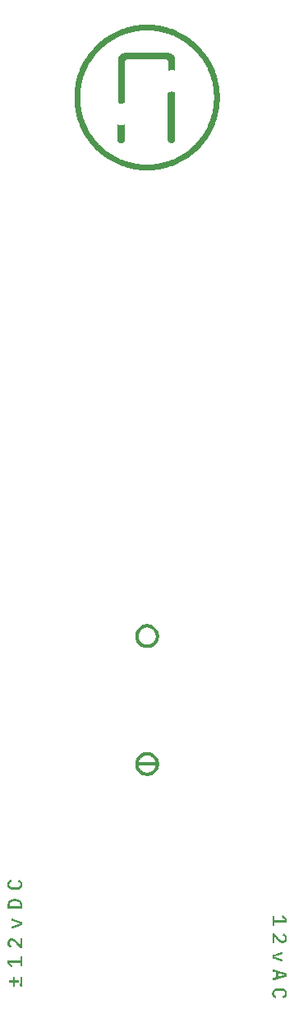
<source format=gto>
G04 #@! TF.GenerationSoftware,KiCad,Pcbnew,(5.1.5-0-10_14)*
G04 #@! TF.CreationDate,2020-10-10T14:38:44-04:00*
G04 #@! TF.ProjectId,AYOM - Power Supply Front Panel,41594f4d-202d-4205-906f-776572205375,rev?*
G04 #@! TF.SameCoordinates,Original*
G04 #@! TF.FileFunction,Legend,Top*
G04 #@! TF.FilePolarity,Positive*
%FSLAX46Y46*%
G04 Gerber Fmt 4.6, Leading zero omitted, Abs format (unit mm)*
G04 Created by KiCad (PCBNEW (5.1.5-0-10_14)) date 2020-10-10 14:38:44*
%MOMM*%
%LPD*%
G04 APERTURE LIST*
%ADD10C,0.100000*%
G04 APERTURE END LIST*
D10*
G36*
X128250031Y-46681682D02*
G01*
X125333264Y-46673568D01*
X125502598Y-46604071D01*
X125674048Y-46538807D01*
X125846909Y-46477776D01*
X126022239Y-46420626D01*
X126199334Y-46368062D01*
X126377839Y-46319732D01*
X126558462Y-46275282D01*
X126740495Y-46235771D01*
X126924292Y-46200493D01*
X127109500Y-46169448D01*
X127296120Y-46143343D01*
X127484150Y-46121823D01*
X127673945Y-46104890D01*
X127864798Y-46092896D01*
X128056709Y-46085487D01*
X128250031Y-46083018D01*
X128443353Y-46085487D01*
X128635617Y-46092896D01*
X128826117Y-46104890D01*
X129015912Y-46121823D01*
X129203942Y-46143343D01*
X129390562Y-46169448D01*
X129576123Y-46200493D01*
X129759567Y-46235771D01*
X129941600Y-46275282D01*
X130122223Y-46319732D01*
X130300728Y-46368062D01*
X130477823Y-46420626D01*
X130653153Y-46477776D01*
X130826367Y-46538807D01*
X130997464Y-46604071D01*
X131166798Y-46673568D01*
X131333661Y-46746593D01*
X131498761Y-46823851D01*
X131661392Y-46904637D01*
X131821906Y-46989657D01*
X131980303Y-47078204D01*
X132136231Y-47170279D01*
X132289336Y-47266235D01*
X132440325Y-47365718D01*
X132588845Y-47468376D01*
X132734542Y-47574915D01*
X132877417Y-47684629D01*
X133018175Y-47797871D01*
X133155406Y-47914287D01*
X133290167Y-48033879D01*
X133422106Y-48156646D01*
X133550870Y-48282235D01*
X133676811Y-48410998D01*
X133799225Y-48542937D01*
X133918817Y-48677698D01*
X134035234Y-48815282D01*
X134148475Y-48955335D01*
X134257836Y-49098562D01*
X134364375Y-49244260D01*
X134467386Y-49392779D01*
X134566870Y-49543768D01*
X134662825Y-49696873D01*
X134754900Y-49852801D01*
X134843448Y-50011198D01*
X134928467Y-50171712D01*
X135009253Y-50334343D01*
X135086511Y-50499443D01*
X135159889Y-50666659D01*
X135229034Y-50835640D01*
X135294298Y-51007090D01*
X135355328Y-51180304D01*
X135412478Y-51355282D01*
X135465042Y-51532376D01*
X135513373Y-51710882D01*
X135557823Y-51891504D01*
X135597334Y-52073537D01*
X135632611Y-52257334D01*
X135663656Y-52442543D01*
X135689761Y-52629162D01*
X135710928Y-52817546D01*
X135727861Y-53006987D01*
X135740209Y-53197840D01*
X135747617Y-53389751D01*
X135750086Y-53583073D01*
X135747617Y-53776396D01*
X135740209Y-53968307D01*
X135727861Y-54159159D01*
X135710928Y-54348954D01*
X135689761Y-54536984D01*
X135663656Y-54723604D01*
X135632611Y-54909165D01*
X135597334Y-55092609D01*
X135557823Y-55274643D01*
X135513373Y-55455265D01*
X135465042Y-55633770D01*
X135412478Y-55810865D01*
X135355328Y-55986195D01*
X135294298Y-56159057D01*
X135229034Y-56330507D01*
X135159889Y-56499840D01*
X135086511Y-56666704D01*
X135009253Y-56831804D01*
X134928467Y-56994434D01*
X134843448Y-57154948D01*
X134754900Y-57313345D01*
X134662825Y-57469273D01*
X134566870Y-57622732D01*
X134467386Y-57773368D01*
X134364375Y-57921887D01*
X134257836Y-58067584D01*
X134148475Y-58210812D01*
X134035234Y-58351218D01*
X133918817Y-58488801D01*
X133799225Y-58623562D01*
X133676811Y-58755148D01*
X133550870Y-58883912D01*
X133422106Y-59009854D01*
X133290167Y-59132268D01*
X133155406Y-59251859D01*
X133018175Y-59368276D01*
X132877417Y-59481518D01*
X132734542Y-59591232D01*
X132588845Y-59697770D01*
X132440325Y-59800782D01*
X132289336Y-59899912D01*
X132136231Y-59995868D01*
X131980303Y-60087943D01*
X131821906Y-60176490D01*
X131661392Y-60261509D01*
X131498761Y-60342648D01*
X131333661Y-60419554D01*
X131166798Y-60492931D01*
X130997464Y-60562076D01*
X130826367Y-60627340D01*
X130653153Y-60688723D01*
X130477823Y-60745520D01*
X130300728Y-60798084D01*
X130122223Y-60846768D01*
X129941600Y-60890865D01*
X129759567Y-60930729D01*
X129576123Y-60966006D01*
X129390562Y-60996698D01*
X129203942Y-61022804D01*
X129015912Y-61044323D01*
X128826117Y-61061256D01*
X128635617Y-61073251D01*
X128443353Y-61080659D01*
X128250031Y-61083129D01*
X128056709Y-61080659D01*
X127864798Y-61073251D01*
X127673945Y-61061256D01*
X127484150Y-61044323D01*
X127296120Y-61022804D01*
X127109500Y-60996698D01*
X126924292Y-60966006D01*
X126740495Y-60930729D01*
X126558462Y-60890865D01*
X126377839Y-60846768D01*
X126199334Y-60798084D01*
X126022239Y-60745520D01*
X125846909Y-60688723D01*
X125674048Y-60627340D01*
X125502598Y-60562076D01*
X125333264Y-60492931D01*
X125166401Y-60419554D01*
X125001301Y-60342648D01*
X124838670Y-60261509D01*
X124678156Y-60176490D01*
X124519759Y-60087943D01*
X124363831Y-59995868D01*
X124210373Y-59899912D01*
X124059737Y-59800782D01*
X123911217Y-59697770D01*
X123765520Y-59591232D01*
X123622292Y-59481518D01*
X123481887Y-59368276D01*
X123344656Y-59251859D01*
X123209895Y-59132268D01*
X123077956Y-59009854D01*
X122949192Y-58883912D01*
X122823251Y-58755148D01*
X122700837Y-58623562D01*
X122581245Y-58488801D01*
X122464828Y-58351218D01*
X122351587Y-58210812D01*
X122241873Y-58067584D01*
X122135334Y-57921887D01*
X122032676Y-57773368D01*
X121933192Y-57622732D01*
X121837237Y-57469273D01*
X121745162Y-57313345D01*
X121656614Y-57154948D01*
X121571595Y-56994434D01*
X121490809Y-56831804D01*
X121413551Y-56666704D01*
X121340526Y-56499840D01*
X121271028Y-56330507D01*
X121205764Y-56159057D01*
X121144734Y-55986195D01*
X121087584Y-55810865D01*
X121035020Y-55633770D01*
X120986689Y-55455265D01*
X120942592Y-55274643D01*
X120902728Y-55092609D01*
X120867451Y-54909165D01*
X120836406Y-54723604D01*
X120810301Y-54536984D01*
X120788781Y-54348954D01*
X120771848Y-54159159D01*
X120759853Y-53968307D01*
X120752445Y-53776396D01*
X120749976Y-53583073D01*
X120752445Y-53389751D01*
X120759853Y-53197840D01*
X120771848Y-53006987D01*
X120788781Y-52817546D01*
X120810301Y-52629162D01*
X120836406Y-52442543D01*
X120867451Y-52257334D01*
X120902728Y-52073537D01*
X120942592Y-51891504D01*
X120986689Y-51710882D01*
X121035020Y-51532376D01*
X121087584Y-51355282D01*
X121144734Y-51180304D01*
X121205764Y-51007090D01*
X121271028Y-50835640D01*
X121340526Y-50666659D01*
X121413551Y-50499443D01*
X121490809Y-50334343D01*
X121571595Y-50171712D01*
X121656614Y-50011198D01*
X121745162Y-49852801D01*
X121837237Y-49696873D01*
X121933192Y-49543768D01*
X122032676Y-49392779D01*
X122135334Y-49244260D01*
X122241873Y-49098562D01*
X122351587Y-48955335D01*
X122464828Y-48815282D01*
X122581245Y-48677698D01*
X122700837Y-48542937D01*
X122823251Y-48410998D01*
X122949192Y-48282235D01*
X123077956Y-48156646D01*
X123209895Y-48033879D01*
X123344656Y-47914287D01*
X123481887Y-47797871D01*
X123622292Y-47684629D01*
X123765520Y-47574915D01*
X123911217Y-47468376D01*
X124059737Y-47365718D01*
X124210373Y-47266235D01*
X124363831Y-47170279D01*
X124519759Y-47078204D01*
X124678156Y-46989657D01*
X124838670Y-46904637D01*
X125001301Y-46823851D01*
X125166401Y-46746593D01*
X125333264Y-46673568D01*
X128250031Y-46681682D01*
X128072231Y-46684151D01*
X127895489Y-46690854D01*
X127719806Y-46701790D01*
X127545181Y-46717665D01*
X127372320Y-46737421D01*
X127200517Y-46761410D01*
X127030125Y-46789632D01*
X126860792Y-46822087D01*
X126693223Y-46858776D01*
X126527417Y-46899346D01*
X126362670Y-46944148D01*
X126200039Y-46992479D01*
X126038820Y-47045043D01*
X125879364Y-47101135D01*
X125722026Y-47161107D01*
X125566451Y-47224960D01*
X125412639Y-47292340D01*
X125260592Y-47363248D01*
X125111014Y-47438037D01*
X124963201Y-47516001D01*
X124817503Y-47597493D01*
X124673923Y-47682160D01*
X124532812Y-47770354D01*
X124394170Y-47862076D01*
X124257645Y-47956621D01*
X124123237Y-48054693D01*
X123991651Y-48155587D01*
X123862534Y-48259657D01*
X123735887Y-48366548D01*
X123612062Y-48476615D01*
X123490706Y-48589504D01*
X123372173Y-48705215D01*
X123256462Y-48823748D01*
X123143573Y-48945104D01*
X123033506Y-49069282D01*
X122926614Y-49195576D01*
X122822545Y-49324693D01*
X122721298Y-49456632D01*
X122623578Y-49590687D01*
X122528681Y-49727212D01*
X122437312Y-49865854D01*
X122349117Y-50007318D01*
X122264098Y-50150546D01*
X122182606Y-50296243D01*
X122104642Y-50444057D01*
X122030206Y-50593634D01*
X121958945Y-50745682D01*
X121891917Y-50899493D01*
X121828064Y-51055068D01*
X121768092Y-51212759D01*
X121711648Y-51371862D01*
X121659437Y-51533082D01*
X121610753Y-51695712D01*
X121566303Y-51860459D01*
X121525381Y-52026265D01*
X121489045Y-52193834D01*
X121456589Y-52362815D01*
X121428367Y-52533559D01*
X121404026Y-52705362D01*
X121384270Y-52878576D01*
X121368748Y-53052848D01*
X121357459Y-53228532D01*
X121350756Y-53405273D01*
X121348639Y-53583073D01*
X121350756Y-53760873D01*
X121357459Y-53937615D01*
X121368748Y-54113298D01*
X121384270Y-54287923D01*
X121404026Y-54460784D01*
X121428367Y-54632940D01*
X121456589Y-54802979D01*
X121489045Y-54972312D01*
X121525381Y-55139882D01*
X121566303Y-55306040D01*
X121610753Y-55470434D01*
X121659437Y-55633065D01*
X121711648Y-55794284D01*
X121768092Y-55953740D01*
X121828064Y-56111079D01*
X121891917Y-56267007D01*
X121958945Y-56420818D01*
X122030206Y-56572512D01*
X122104642Y-56722443D01*
X122182606Y-56869904D01*
X122264098Y-57015601D01*
X122349117Y-57159182D01*
X122437312Y-57300293D01*
X122528681Y-57439287D01*
X122623578Y-57575459D01*
X122721298Y-57709868D01*
X122822545Y-57841454D01*
X122926614Y-57970570D01*
X123033506Y-58097218D01*
X123143573Y-58221043D01*
X123256462Y-58342398D01*
X123372173Y-58460932D01*
X123490706Y-58576643D01*
X123612062Y-58689532D01*
X123735887Y-58799598D01*
X123862534Y-58906490D01*
X123991651Y-59010559D01*
X124123237Y-59111807D01*
X124257645Y-59209526D01*
X124394170Y-59304423D01*
X124532812Y-59395793D01*
X124673923Y-59483987D01*
X124817503Y-59569007D01*
X124963201Y-59650498D01*
X125111014Y-59728462D01*
X125260592Y-59802898D01*
X125412639Y-59874159D01*
X125566451Y-59941187D01*
X125722026Y-60005040D01*
X125879364Y-60065012D01*
X126038820Y-60121457D01*
X126200039Y-60173668D01*
X126362670Y-60222351D01*
X126527417Y-60266801D01*
X126693223Y-60307370D01*
X126860792Y-60344059D01*
X127030125Y-60376515D01*
X127200517Y-60404737D01*
X127372320Y-60429079D01*
X127545181Y-60448834D01*
X127719806Y-60464356D01*
X127895489Y-60475645D01*
X128072231Y-60482348D01*
X128250031Y-60484465D01*
X128427831Y-60482348D01*
X128604573Y-60475645D01*
X128780256Y-60464356D01*
X128954528Y-60448834D01*
X129127742Y-60429079D01*
X129299898Y-60404737D01*
X129469937Y-60376515D01*
X129639270Y-60344059D01*
X129806839Y-60307370D01*
X129972645Y-60266801D01*
X130137392Y-60222351D01*
X130300023Y-60173668D01*
X130461242Y-60121457D01*
X130620698Y-60065012D01*
X130778036Y-60005040D01*
X130933611Y-59941187D01*
X131087423Y-59874159D01*
X131239470Y-59802898D01*
X131389048Y-59728462D01*
X131536861Y-59650498D01*
X131682206Y-59569007D01*
X131826139Y-59483987D01*
X131967250Y-59395793D01*
X132106245Y-59304423D01*
X132242417Y-59209526D01*
X132376473Y-59111807D01*
X132508059Y-59010559D01*
X132637528Y-58906490D01*
X132764175Y-58799598D01*
X132887648Y-58689532D01*
X133009003Y-58576643D01*
X133127889Y-58460932D01*
X133243600Y-58342398D01*
X133356489Y-58221043D01*
X133466556Y-58097218D01*
X133573448Y-57970570D01*
X133677517Y-57841454D01*
X133778764Y-57709868D01*
X133876484Y-57575459D01*
X133971381Y-57439287D01*
X134062750Y-57300293D01*
X134150945Y-57159182D01*
X134235964Y-57015601D01*
X134317103Y-56869904D01*
X134395420Y-56722443D01*
X134469856Y-56572512D01*
X134540764Y-56420818D01*
X134608145Y-56267007D01*
X134671998Y-56111079D01*
X134731970Y-55953740D01*
X134788061Y-55794284D01*
X134840978Y-55633065D01*
X134888956Y-55470434D01*
X134933759Y-55306040D01*
X134974681Y-55139882D01*
X135011017Y-54972312D01*
X135043473Y-54802979D01*
X135071695Y-54632940D01*
X135095684Y-54460784D01*
X135115792Y-54287923D01*
X135131314Y-54113298D01*
X135142603Y-53937615D01*
X135149306Y-53760873D01*
X135151423Y-53583073D01*
X135149306Y-53405273D01*
X135142603Y-53228532D01*
X135131314Y-53052848D01*
X135115792Y-52878576D01*
X135095684Y-52705362D01*
X135071695Y-52533559D01*
X135043473Y-52362815D01*
X135011017Y-52193834D01*
X134974681Y-52026265D01*
X134933759Y-51860459D01*
X134888956Y-51695712D01*
X134840978Y-51533082D01*
X134788061Y-51371862D01*
X134731970Y-51212759D01*
X134671998Y-51055068D01*
X134608145Y-50899493D01*
X134540764Y-50745682D01*
X134469856Y-50593634D01*
X134395420Y-50444057D01*
X134317103Y-50296243D01*
X134235964Y-50150546D01*
X134150945Y-50007318D01*
X134062750Y-49865854D01*
X133971381Y-49727212D01*
X133876484Y-49590687D01*
X133778764Y-49456632D01*
X133677517Y-49324693D01*
X133573448Y-49195576D01*
X133466556Y-49069282D01*
X133356489Y-48945104D01*
X133243600Y-48823748D01*
X133127889Y-48705215D01*
X133009003Y-48589504D01*
X132887648Y-48476615D01*
X132764175Y-48366548D01*
X132637528Y-48259657D01*
X132508059Y-48155587D01*
X132376473Y-48054693D01*
X132242417Y-47956621D01*
X132106245Y-47862076D01*
X131967250Y-47770354D01*
X131826139Y-47682160D01*
X131682206Y-47597493D01*
X131536861Y-47516001D01*
X131389048Y-47438037D01*
X131239470Y-47363248D01*
X131087423Y-47292340D01*
X130933611Y-47224960D01*
X130778036Y-47161107D01*
X130620698Y-47101135D01*
X130461242Y-47045043D01*
X130300023Y-46992479D01*
X130137392Y-46944148D01*
X129972645Y-46899346D01*
X129806839Y-46858776D01*
X129639270Y-46822087D01*
X129469937Y-46789632D01*
X129299898Y-46761410D01*
X129127742Y-46737421D01*
X128954528Y-46717665D01*
X128780256Y-46701790D01*
X128604573Y-46690854D01*
X128427831Y-46684151D01*
X128250031Y-46681682D01*
G37*
G36*
X130775603Y-52989313D02*
G01*
X130804884Y-52990019D01*
X130835928Y-52992841D01*
X130867678Y-52996721D01*
X130900134Y-53002366D01*
X130931884Y-53009421D01*
X130963634Y-53017535D01*
X130994678Y-53026707D01*
X131023959Y-53037291D01*
X131051828Y-53048227D01*
X131077228Y-53060221D01*
X131100159Y-53072921D01*
X131119914Y-53085974D01*
X131135789Y-53099732D01*
X131148136Y-53113844D01*
X131155545Y-53128307D01*
X131158014Y-53142419D01*
X131158014Y-53439105D01*
X131158014Y-53735791D01*
X131158014Y-54032830D01*
X131158014Y-54329163D01*
X131158014Y-54626202D01*
X131158014Y-54922535D01*
X131158014Y-55219574D01*
X131158014Y-55516260D01*
X131158014Y-55812946D01*
X131158014Y-56109632D01*
X131158014Y-56406318D01*
X131158014Y-56703005D01*
X131158014Y-56999691D01*
X131158014Y-57296377D01*
X131158014Y-57593063D01*
X131158014Y-57890102D01*
X131156250Y-57932082D01*
X131150959Y-57972299D01*
X131142492Y-58010399D01*
X131130497Y-58046735D01*
X131115681Y-58080602D01*
X131097689Y-58111999D01*
X131076875Y-58141280D01*
X131052886Y-58167385D01*
X131026428Y-58191374D01*
X130997500Y-58212188D01*
X130966103Y-58230180D01*
X130931884Y-58245349D01*
X130896253Y-58256991D01*
X130857800Y-58265810D01*
X130817584Y-58271102D01*
X130775603Y-58272866D01*
X130733270Y-58271102D01*
X130693053Y-58265810D01*
X130654953Y-58256991D01*
X130618970Y-58245349D01*
X130585103Y-58230180D01*
X130553353Y-58212188D01*
X130524425Y-58191374D01*
X130497967Y-58167385D01*
X130474331Y-58141280D01*
X130453517Y-58111999D01*
X130435172Y-58080602D01*
X130420356Y-58046735D01*
X130408361Y-58010399D01*
X130399895Y-57972299D01*
X130394603Y-57932082D01*
X130392839Y-57890102D01*
X130392839Y-57593063D01*
X130392839Y-57296377D01*
X130392839Y-56999691D01*
X130392839Y-56703005D01*
X130392839Y-56406318D01*
X130392839Y-56109632D01*
X130392839Y-55812946D01*
X130392839Y-55516260D01*
X130392839Y-55219574D01*
X130392839Y-54922535D01*
X130392839Y-54626202D01*
X130392839Y-54329163D01*
X130392839Y-54032830D01*
X130392839Y-53735791D01*
X130392839Y-53439105D01*
X130392839Y-53142419D01*
X130408009Y-53128307D01*
X130424942Y-53113844D01*
X130443639Y-53099732D01*
X130463395Y-53085974D01*
X130484561Y-53072921D01*
X130507139Y-53060221D01*
X130530775Y-53048227D01*
X130555470Y-53037291D01*
X130580870Y-53026707D01*
X130607328Y-53017535D01*
X130634492Y-53009421D01*
X130662009Y-53002366D01*
X130689878Y-52996721D01*
X130718100Y-52992841D01*
X130746675Y-52990019D01*
X130775603Y-52989313D01*
G37*
G36*
X131158014Y-50845271D02*
G01*
X131158014Y-50773304D01*
X131158014Y-50701690D01*
X131158014Y-50630077D01*
X131158014Y-50558110D01*
X131158014Y-50486143D01*
X131158014Y-50414529D01*
X131158014Y-50342915D01*
X131158014Y-50270949D01*
X131158014Y-50198982D01*
X131158014Y-50127368D01*
X131158014Y-50055754D01*
X131158014Y-49983788D01*
X131158014Y-49911821D01*
X131158014Y-49840207D01*
X131158014Y-49768593D01*
X131158014Y-49696627D01*
X131154486Y-49625718D01*
X131144256Y-49557279D01*
X131127322Y-49490957D01*
X131104392Y-49427457D01*
X131075464Y-49367132D01*
X131041245Y-49310335D01*
X131001733Y-49257418D01*
X130957283Y-49208382D01*
X130908247Y-49163932D01*
X130855683Y-49124774D01*
X130798533Y-49090202D01*
X130738561Y-49061274D01*
X130675061Y-49038343D01*
X130608739Y-49021410D01*
X130539947Y-49011179D01*
X130469392Y-49007652D01*
X130187170Y-49007652D01*
X129904947Y-49007652D01*
X129622725Y-49007652D01*
X129340503Y-49007652D01*
X129058281Y-49007652D01*
X128776058Y-49007652D01*
X128493836Y-49007652D01*
X128211614Y-49007652D01*
X127929745Y-49007652D01*
X127647170Y-49007652D01*
X127365300Y-49007652D01*
X127083078Y-49007652D01*
X126800503Y-49007652D01*
X126518634Y-49007652D01*
X126236411Y-49007652D01*
X125954189Y-49007652D01*
X125883281Y-49011179D01*
X125814842Y-49021410D01*
X125748520Y-49038343D01*
X125685020Y-49061274D01*
X125624695Y-49090202D01*
X125567897Y-49124774D01*
X125514981Y-49163932D01*
X125466297Y-49208382D01*
X125421847Y-49257418D01*
X125382336Y-49310335D01*
X125348117Y-49367132D01*
X125319189Y-49427457D01*
X125296259Y-49490957D01*
X125279325Y-49557279D01*
X125269095Y-49625718D01*
X125265214Y-49696627D01*
X125265214Y-49964738D01*
X125265214Y-50232849D01*
X125265214Y-50500607D01*
X125265214Y-50768718D01*
X125265214Y-51036477D01*
X125265214Y-51304588D01*
X125265214Y-51572699D01*
X125265214Y-51840810D01*
X125265214Y-52108921D01*
X125265214Y-52376679D01*
X125265214Y-52644790D01*
X125265214Y-52912549D01*
X125265214Y-53180660D01*
X125265214Y-53448771D01*
X125265214Y-53716882D01*
X125265214Y-53984640D01*
X125266978Y-54012510D01*
X125272270Y-54038615D01*
X125280384Y-54062957D01*
X125291672Y-54085182D01*
X125305431Y-54105996D01*
X125322011Y-54124693D01*
X125340356Y-54141626D01*
X125360817Y-54157149D01*
X125383395Y-54170554D01*
X125407384Y-54182196D01*
X125432784Y-54192074D01*
X125459242Y-54200188D01*
X125486406Y-54206185D01*
X125514275Y-54211124D01*
X125542850Y-54213593D01*
X125571425Y-54214299D01*
X125601059Y-54213593D01*
X125631750Y-54211124D01*
X125663500Y-54206538D01*
X125695956Y-54200188D01*
X125728059Y-54192074D01*
X125759809Y-54182196D01*
X125790853Y-54170554D01*
X125820134Y-54157149D01*
X125848003Y-54141626D01*
X125873403Y-54124693D01*
X125895981Y-54105996D01*
X125916089Y-54085182D01*
X125931964Y-54062957D01*
X125943959Y-54038615D01*
X125951367Y-54012510D01*
X125954189Y-53984640D01*
X125954189Y-53735932D01*
X125954189Y-53486871D01*
X125954189Y-53238163D01*
X125954189Y-52989454D01*
X125954189Y-52740393D01*
X125954189Y-52491685D01*
X125954189Y-52242624D01*
X125954189Y-51993915D01*
X125954189Y-51744854D01*
X125954189Y-51496146D01*
X125954189Y-51247438D01*
X125954189Y-50998377D01*
X125954189Y-50749668D01*
X125954189Y-50500607D01*
X125954189Y-50251899D01*
X125954189Y-50002838D01*
X125955953Y-49960857D01*
X125961245Y-49920640D01*
X125969711Y-49882540D01*
X125981706Y-49846204D01*
X125996522Y-49812338D01*
X126014514Y-49780940D01*
X126035681Y-49751660D01*
X126059317Y-49725554D01*
X126085775Y-49701565D01*
X126114703Y-49680752D01*
X126146100Y-49662407D01*
X126180320Y-49647590D01*
X126216303Y-49635596D01*
X126254403Y-49627129D01*
X126294620Y-49621838D01*
X126336600Y-49620074D01*
X126571197Y-49620074D01*
X126805442Y-49620074D01*
X127040039Y-49620074D01*
X127274284Y-49620074D01*
X127508528Y-49620074D01*
X127743125Y-49620074D01*
X127977370Y-49620074D01*
X128211614Y-49620074D01*
X128446211Y-49620074D01*
X128680808Y-49620074D01*
X128915053Y-49620074D01*
X129149297Y-49620074D01*
X129383542Y-49620074D01*
X129618139Y-49620074D01*
X129852383Y-49620074D01*
X130086628Y-49620074D01*
X130128961Y-49621838D01*
X130168825Y-49627129D01*
X130207278Y-49635596D01*
X130243261Y-49647590D01*
X130277128Y-49662407D01*
X130308878Y-49680752D01*
X130337806Y-49701565D01*
X130364264Y-49725554D01*
X130387900Y-49751660D01*
X130408714Y-49780940D01*
X130427058Y-49812338D01*
X130441875Y-49846204D01*
X130453870Y-49882540D01*
X130462336Y-49920640D01*
X130467628Y-49960857D01*
X130469392Y-50002838D01*
X130469392Y-50055754D01*
X130469392Y-50108318D01*
X130469392Y-50160882D01*
X130469392Y-50213446D01*
X130469392Y-50266010D01*
X130469392Y-50318927D01*
X130469392Y-50371490D01*
X130469392Y-50424054D01*
X130469392Y-50476971D01*
X130469392Y-50529182D01*
X130469392Y-50582099D01*
X130469392Y-50634663D01*
X130469392Y-50687227D01*
X130469392Y-50740143D01*
X130469392Y-50792707D01*
X130469392Y-50845271D01*
X130471156Y-50844565D01*
X130476095Y-50842096D01*
X130484914Y-50838215D01*
X130496908Y-50833277D01*
X130511725Y-50827632D01*
X130530070Y-50820929D01*
X130550531Y-50814227D01*
X130574520Y-50807171D01*
X130600978Y-50799763D01*
X130629906Y-50793060D01*
X130661656Y-50786357D01*
X130695170Y-50780713D01*
X130731506Y-50775774D01*
X130769606Y-50771893D01*
X130809822Y-50769424D01*
X130852156Y-50768718D01*
X130893078Y-50769424D01*
X130930825Y-50771893D01*
X130965397Y-50775774D01*
X130996795Y-50780713D01*
X131024664Y-50786357D01*
X131049711Y-50793060D01*
X131071936Y-50799763D01*
X131091339Y-50807171D01*
X131107567Y-50814227D01*
X131121678Y-50820929D01*
X131133320Y-50827632D01*
X131142492Y-50833277D01*
X131149547Y-50838215D01*
X131154133Y-50842096D01*
X131157308Y-50844565D01*
X131158014Y-50845271D01*
G37*
G36*
X125954224Y-56358623D02*
G01*
X125954224Y-56454226D01*
X125954224Y-56549829D01*
X125954224Y-56645784D01*
X125954224Y-56741387D01*
X125954224Y-56836990D01*
X125954224Y-56932945D01*
X125954224Y-57028548D01*
X125954224Y-57124151D01*
X125954224Y-57220106D01*
X125954224Y-57315709D01*
X125954224Y-57411312D01*
X125954224Y-57507267D01*
X125954224Y-57602870D01*
X125954224Y-57698473D01*
X125954224Y-57794429D01*
X125954224Y-57890031D01*
X125952460Y-57932012D01*
X125947168Y-57972581D01*
X125938702Y-58010681D01*
X125926707Y-58046665D01*
X125911538Y-58080531D01*
X125893546Y-58112281D01*
X125872732Y-58141209D01*
X125849096Y-58167667D01*
X125822285Y-58191304D01*
X125793357Y-58212117D01*
X125761960Y-58230462D01*
X125728093Y-58245279D01*
X125692110Y-58257273D01*
X125653657Y-58265740D01*
X125613793Y-58271031D01*
X125571460Y-58272795D01*
X125529480Y-58271031D01*
X125489263Y-58265740D01*
X125450810Y-58257273D01*
X125414827Y-58245279D01*
X125380960Y-58230462D01*
X125349563Y-58212117D01*
X125320635Y-58191304D01*
X125294177Y-58167667D01*
X125270541Y-58141209D01*
X125249374Y-58112281D01*
X125231382Y-58080531D01*
X125216566Y-58046665D01*
X125204571Y-58010681D01*
X125196105Y-57972581D01*
X125190460Y-57932012D01*
X125189049Y-57890031D01*
X125189049Y-57794429D01*
X125189049Y-57698473D01*
X125189049Y-57602870D01*
X125189049Y-57507267D01*
X125189049Y-57411312D01*
X125189049Y-57315709D01*
X125189049Y-57220106D01*
X125189049Y-57124151D01*
X125189049Y-57028548D01*
X125189049Y-56932945D01*
X125189049Y-56836990D01*
X125189049Y-56741387D01*
X125189049Y-56645784D01*
X125189049Y-56549829D01*
X125189049Y-56454226D01*
X125189049Y-56358623D01*
X125203160Y-56359329D01*
X125217977Y-56361798D01*
X125233146Y-56365679D01*
X125248668Y-56370617D01*
X125265249Y-56376262D01*
X125282888Y-56382612D01*
X125301938Y-56389667D01*
X125322752Y-56396723D01*
X125345330Y-56403779D01*
X125369671Y-56410834D01*
X125396482Y-56417537D01*
X125425410Y-56423181D01*
X125457513Y-56428120D01*
X125492085Y-56432001D01*
X125530185Y-56434117D01*
X125571460Y-56435176D01*
X125613793Y-56434117D01*
X125653657Y-56432001D01*
X125692110Y-56428120D01*
X125728093Y-56423181D01*
X125761960Y-56417537D01*
X125793357Y-56410834D01*
X125822285Y-56403779D01*
X125849096Y-56396723D01*
X125872732Y-56389667D01*
X125893546Y-56382612D01*
X125911538Y-56376262D01*
X125926707Y-56370617D01*
X125938702Y-56365679D01*
X125947168Y-56361798D01*
X125952460Y-56359329D01*
X125954224Y-56358623D01*
G37*
G36*
X114624307Y-135097492D02*
G01*
X114535407Y-135095375D01*
X114451094Y-135089025D01*
X114372424Y-135078442D01*
X114298694Y-135063273D01*
X114230607Y-135044575D01*
X114167813Y-135020939D01*
X114110663Y-134993070D01*
X114059157Y-134960614D01*
X114013296Y-134924278D01*
X113973432Y-134883356D01*
X113939213Y-134837848D01*
X113911344Y-134787753D01*
X113889119Y-134733425D01*
X113873244Y-134674511D01*
X113863719Y-134611011D01*
X113860544Y-134543278D01*
X113862307Y-134491420D01*
X113867952Y-134443442D01*
X113877124Y-134398286D01*
X113889471Y-134356306D01*
X113904994Y-134317853D01*
X113923338Y-134282223D01*
X113944505Y-134249414D01*
X113968141Y-134219428D01*
X113994246Y-134191911D01*
X114022469Y-134166159D01*
X114052455Y-134143581D01*
X114084557Y-134122767D01*
X114118071Y-134104070D01*
X114152996Y-134087489D01*
X114189332Y-134072320D01*
X114226374Y-134058914D01*
X114230960Y-134072320D01*
X114235194Y-134085725D01*
X114240132Y-134098778D01*
X114244366Y-134112184D01*
X114248952Y-134125589D01*
X114253538Y-134138642D01*
X114257771Y-134152048D01*
X114262357Y-134165453D01*
X114266944Y-134178859D01*
X114271530Y-134192617D01*
X114276116Y-134205670D01*
X114280349Y-134219075D01*
X114284935Y-134232481D01*
X114289521Y-134245534D01*
X114293755Y-134258939D01*
X114298341Y-134272345D01*
X114273294Y-134281164D01*
X114249305Y-134289984D01*
X114226021Y-134299509D01*
X114203796Y-134310445D01*
X114182630Y-134321734D01*
X114162521Y-134334081D01*
X114144177Y-134347839D01*
X114126891Y-134362656D01*
X114111721Y-134379236D01*
X114097963Y-134397228D01*
X114085969Y-134416631D01*
X114075738Y-134438503D01*
X114067977Y-134461786D01*
X114061980Y-134487539D01*
X114058452Y-134515409D01*
X114057394Y-134545395D01*
X114059157Y-134583142D01*
X114065155Y-134618420D01*
X114074680Y-134650523D01*
X114088085Y-134680509D01*
X114105371Y-134708025D01*
X114125832Y-134732367D01*
X114149821Y-134754239D01*
X114176985Y-134773995D01*
X114207324Y-134791281D01*
X114240838Y-134805745D01*
X114277174Y-134818092D01*
X114316332Y-134827970D01*
X114358313Y-134836084D01*
X114402763Y-134841023D01*
X114450035Y-134844550D01*
X114499424Y-134845609D01*
X114515299Y-134845609D01*
X114530821Y-134845609D01*
X114546344Y-134845609D01*
X114561866Y-134845609D01*
X114577741Y-134845609D01*
X114593263Y-134845609D01*
X114608785Y-134845609D01*
X114624307Y-134845609D01*
X114639830Y-134845609D01*
X114655352Y-134845609D01*
X114671227Y-134845609D01*
X114686749Y-134845609D01*
X114702271Y-134845609D01*
X114717794Y-134845609D01*
X114733669Y-134845609D01*
X114749191Y-134845609D01*
X114798580Y-134844550D01*
X114845852Y-134841023D01*
X114890302Y-134836084D01*
X114932635Y-134827970D01*
X114971441Y-134818092D01*
X115008130Y-134805745D01*
X115041291Y-134791281D01*
X115071982Y-134773995D01*
X115098794Y-134754239D01*
X115122782Y-134732367D01*
X115143243Y-134708025D01*
X115160530Y-134680509D01*
X115173935Y-134650523D01*
X115183460Y-134618420D01*
X115189457Y-134583142D01*
X115191221Y-134545395D01*
X115190163Y-134515409D01*
X115186635Y-134487539D01*
X115180638Y-134461786D01*
X115172877Y-134438503D01*
X115162646Y-134416631D01*
X115150652Y-134397228D01*
X115137246Y-134379236D01*
X115121724Y-134362656D01*
X115104438Y-134347839D01*
X115086094Y-134334081D01*
X115065985Y-134321734D01*
X115045171Y-134310445D01*
X115022594Y-134299509D01*
X114999310Y-134289984D01*
X114975321Y-134281164D01*
X114950274Y-134272345D01*
X114954860Y-134258939D01*
X114959094Y-134245534D01*
X114963680Y-134232481D01*
X114968266Y-134219075D01*
X114972499Y-134205670D01*
X114977085Y-134192617D01*
X114981671Y-134178859D01*
X114985905Y-134165453D01*
X114990491Y-134152048D01*
X114995077Y-134138642D01*
X114999310Y-134125589D01*
X115003896Y-134112184D01*
X115008482Y-134098778D01*
X115013069Y-134085725D01*
X115017302Y-134072320D01*
X115021888Y-134058914D01*
X115059282Y-134072320D01*
X115095266Y-134087489D01*
X115130543Y-134104070D01*
X115164057Y-134122767D01*
X115196160Y-134143581D01*
X115226146Y-134166159D01*
X115254368Y-134191911D01*
X115280474Y-134219428D01*
X115304110Y-134249414D01*
X115325277Y-134282223D01*
X115343621Y-134317853D01*
X115359143Y-134356306D01*
X115371491Y-134398286D01*
X115380663Y-134443442D01*
X115386307Y-134491420D01*
X115388071Y-134543278D01*
X115384896Y-134611011D01*
X115375371Y-134674511D01*
X115359496Y-134733425D01*
X115337271Y-134787753D01*
X115309402Y-134837848D01*
X115275182Y-134883356D01*
X115235318Y-134924278D01*
X115189457Y-134960614D01*
X115137952Y-134993070D01*
X115080449Y-135020939D01*
X115018007Y-135044575D01*
X114949569Y-135063273D01*
X114876191Y-135078442D01*
X114797521Y-135089025D01*
X114713207Y-135095375D01*
X114624307Y-135097492D01*
G37*
G36*
X115167973Y-136609886D02*
G01*
X115173618Y-136176322D01*
X115217362Y-136213364D01*
X115255815Y-136254286D01*
X115288270Y-136300147D01*
X115315082Y-136350242D01*
X115335895Y-136404569D01*
X115350712Y-136463836D01*
X115359532Y-136527336D01*
X115362707Y-136595069D01*
X115362707Y-136622586D01*
X115362707Y-136650103D01*
X115362707Y-136677267D01*
X115362707Y-136705136D01*
X115362707Y-136732653D01*
X115362707Y-136760169D01*
X115362707Y-136787686D01*
X115362707Y-136814850D01*
X115362707Y-136842367D01*
X115362707Y-136869883D01*
X115362707Y-136897400D01*
X115362707Y-136925269D01*
X115362707Y-136952786D01*
X115362707Y-136979950D01*
X115362707Y-137007467D01*
X115362707Y-137034983D01*
X115270279Y-137034983D01*
X115178204Y-137034983D01*
X115085776Y-137034983D01*
X114993348Y-137034983D01*
X114901273Y-137034983D01*
X114808845Y-137034983D01*
X114716770Y-137034983D01*
X114624343Y-137034983D01*
X114531915Y-137034983D01*
X114439840Y-137034983D01*
X114347412Y-137034983D01*
X114255337Y-137034983D01*
X114162909Y-137034983D01*
X114070834Y-137034983D01*
X113978407Y-137034983D01*
X113885979Y-137034983D01*
X113885979Y-137007467D01*
X113885979Y-136979950D01*
X113885979Y-136952786D01*
X113885979Y-136925269D01*
X113885979Y-136897400D01*
X113885979Y-136869883D01*
X113885979Y-136842367D01*
X113885979Y-136814850D01*
X113885979Y-136787686D01*
X113885979Y-136760169D01*
X113885979Y-136732653D01*
X113885979Y-136705136D01*
X113885979Y-136677267D01*
X113885979Y-136650103D01*
X113885979Y-136622586D01*
X113885979Y-136595069D01*
X113889154Y-136527336D01*
X113897973Y-136463836D01*
X113913143Y-136404569D01*
X113933957Y-136350242D01*
X113960768Y-136300147D01*
X113992870Y-136254286D01*
X114031323Y-136213364D01*
X114075068Y-136176322D01*
X114124457Y-136144219D01*
X114179843Y-136115997D01*
X114240520Y-136092361D01*
X114306490Y-136072958D01*
X114377751Y-136058142D01*
X114455009Y-136047205D01*
X114536854Y-136040855D01*
X114624343Y-136038739D01*
X114711832Y-136040855D01*
X114794029Y-136047205D01*
X114870934Y-136058142D01*
X114942195Y-136072958D01*
X115008518Y-136092361D01*
X115068843Y-136115997D01*
X115123876Y-136144219D01*
X115173618Y-136176322D01*
X115167973Y-136609886D01*
X115166209Y-136570728D01*
X115160918Y-136534039D01*
X115152098Y-136499819D01*
X115140104Y-136468775D01*
X115124582Y-136439847D01*
X115105532Y-136413389D01*
X115083659Y-136389753D01*
X115058259Y-136368233D01*
X115029684Y-136349536D01*
X114998287Y-136333308D01*
X114963715Y-136319550D01*
X114925968Y-136308614D01*
X114885751Y-136299442D01*
X114842359Y-136293444D01*
X114796145Y-136289917D01*
X114747109Y-136288505D01*
X114731587Y-136288505D01*
X114716418Y-136288505D01*
X114700895Y-136288505D01*
X114685726Y-136288505D01*
X114670204Y-136288505D01*
X114655034Y-136288505D01*
X114639512Y-136288505D01*
X114624343Y-136288505D01*
X114609173Y-136288505D01*
X114593651Y-136288505D01*
X114578482Y-136288505D01*
X114562959Y-136288505D01*
X114547790Y-136288505D01*
X114532268Y-136288505D01*
X114517098Y-136288505D01*
X114501576Y-136288505D01*
X114452893Y-136289917D01*
X114406326Y-136293444D01*
X114362934Y-136299442D01*
X114322718Y-136308614D01*
X114284970Y-136319550D01*
X114250398Y-136333308D01*
X114219001Y-136349536D01*
X114190426Y-136368233D01*
X114165026Y-136389753D01*
X114143154Y-136413389D01*
X114124457Y-136439847D01*
X114108934Y-136468775D01*
X114096587Y-136499819D01*
X114087768Y-136534039D01*
X114082476Y-136570728D01*
X114080712Y-136609886D01*
X114080712Y-136621880D01*
X114080712Y-136633522D01*
X114080712Y-136645869D01*
X114080712Y-136657511D01*
X114080712Y-136669505D01*
X114080712Y-136681147D01*
X114080712Y-136693142D01*
X114080712Y-136705489D01*
X114080712Y-136717130D01*
X114080712Y-136729125D01*
X114080712Y-136740767D01*
X114080712Y-136752761D01*
X114080712Y-136764403D01*
X114080712Y-136776750D01*
X114080712Y-136788392D01*
X114080712Y-136800386D01*
X114148798Y-136800386D01*
X114216532Y-136800386D01*
X114284618Y-136800386D01*
X114352351Y-136800386D01*
X114420437Y-136800386D01*
X114488523Y-136800386D01*
X114556609Y-136800386D01*
X114624343Y-136800386D01*
X114692429Y-136800386D01*
X114760162Y-136800386D01*
X114828248Y-136800386D01*
X114895982Y-136800386D01*
X114964068Y-136800386D01*
X115032154Y-136800386D01*
X115100240Y-136800386D01*
X115167973Y-136800386D01*
X115167973Y-136788392D01*
X115167973Y-136776750D01*
X115167973Y-136764403D01*
X115167973Y-136752761D01*
X115167973Y-136740767D01*
X115167973Y-136729125D01*
X115167973Y-136717130D01*
X115167973Y-136705489D01*
X115167973Y-136693142D01*
X115167973Y-136681147D01*
X115167973Y-136669505D01*
X115167973Y-136657511D01*
X115167973Y-136645869D01*
X115167973Y-136633522D01*
X115167973Y-136621880D01*
X115167973Y-136609886D01*
G37*
G36*
X115362601Y-138704150D02*
G01*
X115294515Y-138728492D01*
X115226076Y-138753186D01*
X115157990Y-138777528D01*
X115089903Y-138801869D01*
X115021465Y-138826564D01*
X114953026Y-138850906D01*
X114884940Y-138875247D01*
X114816853Y-138899942D01*
X114748415Y-138924283D01*
X114680328Y-138948625D01*
X114612242Y-138973319D01*
X114543803Y-138997661D01*
X114475717Y-139022003D01*
X114407278Y-139046697D01*
X114339192Y-139071039D01*
X114270754Y-139095381D01*
X114270754Y-139080564D01*
X114270754Y-139065394D01*
X114270754Y-139050578D01*
X114270754Y-139035408D01*
X114270754Y-139020592D01*
X114270754Y-139005775D01*
X114270754Y-138990606D01*
X114270754Y-138976142D01*
X114270754Y-138961325D01*
X114270754Y-138946156D01*
X114270754Y-138931339D01*
X114270754Y-138916522D01*
X114270754Y-138901353D01*
X114270754Y-138886536D01*
X114270754Y-138871367D01*
X114270754Y-138856550D01*
X114299681Y-138847025D01*
X114328609Y-138837853D01*
X114357184Y-138828328D01*
X114386112Y-138818803D01*
X114415040Y-138809631D01*
X114443967Y-138799753D01*
X114472895Y-138790581D01*
X114501470Y-138781408D01*
X114530398Y-138771883D01*
X114559326Y-138762711D01*
X114587901Y-138753186D01*
X114616828Y-138743661D01*
X114645756Y-138734489D01*
X114674331Y-138724964D01*
X114703259Y-138715439D01*
X114732187Y-138706267D01*
X114759703Y-138697094D01*
X114786867Y-138688628D01*
X114814384Y-138679808D01*
X114841548Y-138670636D01*
X114869065Y-138662169D01*
X114896228Y-138652997D01*
X114923745Y-138644178D01*
X114950909Y-138635358D01*
X114978426Y-138626539D01*
X115005942Y-138617719D01*
X115033106Y-138608547D01*
X115060623Y-138600081D01*
X115088140Y-138591261D01*
X115115303Y-138582089D01*
X115142467Y-138573622D01*
X115169984Y-138564450D01*
X115169984Y-138564097D01*
X115169984Y-138563039D01*
X115169984Y-138562333D01*
X115169984Y-138561628D01*
X115169984Y-138560569D01*
X115169984Y-138559864D01*
X115169984Y-138559158D01*
X115169984Y-138558100D01*
X115169984Y-138557394D01*
X115169984Y-138556689D01*
X115169984Y-138555983D01*
X115169984Y-138554925D01*
X115169984Y-138554219D01*
X115169984Y-138553514D01*
X115169984Y-138552456D01*
X115169984Y-138551750D01*
X115142467Y-138542931D01*
X115115303Y-138534464D01*
X115088140Y-138525292D01*
X115060623Y-138516472D01*
X115033106Y-138507653D01*
X115005942Y-138498833D01*
X114978426Y-138490014D01*
X114950909Y-138480842D01*
X114923745Y-138472375D01*
X114896228Y-138463203D01*
X114869065Y-138454383D01*
X114841548Y-138445917D01*
X114814384Y-138436744D01*
X114786867Y-138427925D01*
X114759703Y-138419106D01*
X114732187Y-138410286D01*
X114703259Y-138401114D01*
X114674331Y-138391236D01*
X114645756Y-138382064D01*
X114616828Y-138372892D01*
X114587901Y-138363367D01*
X114559326Y-138354194D01*
X114530398Y-138344317D01*
X114501470Y-138335144D01*
X114472895Y-138325972D01*
X114443967Y-138316094D01*
X114415040Y-138306922D01*
X114386112Y-138297750D01*
X114357184Y-138288225D01*
X114328609Y-138279053D01*
X114299681Y-138269528D01*
X114270754Y-138260003D01*
X114270754Y-138245539D01*
X114270754Y-138231075D01*
X114270754Y-138216611D01*
X114270754Y-138202500D01*
X114270754Y-138188036D01*
X114270754Y-138173572D01*
X114270754Y-138159108D01*
X114270754Y-138144644D01*
X114270754Y-138130181D01*
X114270754Y-138115717D01*
X114270754Y-138101253D01*
X114270754Y-138086789D01*
X114270754Y-138072678D01*
X114270754Y-138058214D01*
X114270754Y-138043750D01*
X114270754Y-138029286D01*
X114339192Y-138053628D01*
X114407278Y-138078322D01*
X114475717Y-138102664D01*
X114543803Y-138127006D01*
X114612242Y-138151700D01*
X114680328Y-138176042D01*
X114748415Y-138200383D01*
X114816853Y-138225078D01*
X114884940Y-138249419D01*
X114953026Y-138273761D01*
X115021465Y-138298456D01*
X115089903Y-138322797D01*
X115157990Y-138347139D01*
X115226076Y-138371833D01*
X115294515Y-138396175D01*
X115362601Y-138420517D01*
X115362601Y-138438156D01*
X115362601Y-138456147D01*
X115362601Y-138473786D01*
X115362601Y-138491425D01*
X115362601Y-138509064D01*
X115362601Y-138527056D01*
X115362601Y-138544694D01*
X115362601Y-138562333D01*
X115362601Y-138579972D01*
X115362601Y-138597611D01*
X115362601Y-138615603D01*
X115362601Y-138633242D01*
X115362601Y-138651233D01*
X115362601Y-138668519D01*
X115362601Y-138686511D01*
X115362601Y-138704150D01*
G37*
G36*
X115362601Y-140032570D02*
G01*
X115362601Y-140096423D01*
X115362601Y-140159923D01*
X115362601Y-140223776D01*
X115362601Y-140287628D01*
X115362601Y-140351128D01*
X115362601Y-140414981D01*
X115362601Y-140478834D01*
X115362601Y-140542334D01*
X115362601Y-140606187D01*
X115362601Y-140670039D01*
X115362601Y-140733539D01*
X115362601Y-140797392D01*
X115362601Y-140861245D01*
X115362601Y-140924745D01*
X115362601Y-140988598D01*
X115362601Y-141052451D01*
X115348490Y-141052451D01*
X115334378Y-141052451D01*
X115320267Y-141052451D01*
X115306156Y-141052451D01*
X115292045Y-141052451D01*
X115277581Y-141052451D01*
X115263470Y-141052451D01*
X115249359Y-141052451D01*
X115235248Y-141052451D01*
X115221137Y-141052451D01*
X115207026Y-141052451D01*
X115192915Y-141052451D01*
X115178803Y-141052451D01*
X115164340Y-141052451D01*
X115150228Y-141052451D01*
X115136117Y-141052451D01*
X115110012Y-141022112D01*
X115083553Y-140992126D01*
X115057448Y-140962139D01*
X115030990Y-140931801D01*
X115004531Y-140901462D01*
X114978426Y-140871476D01*
X114951967Y-140841489D01*
X114925862Y-140811151D01*
X114899403Y-140780812D01*
X114873298Y-140750826D01*
X114846840Y-140720839D01*
X114820381Y-140690501D01*
X114794276Y-140660162D01*
X114767817Y-140630176D01*
X114741712Y-140600189D01*
X114715253Y-140569851D01*
X114690559Y-140542334D01*
X114665865Y-140516581D01*
X114641876Y-140492239D01*
X114617534Y-140469309D01*
X114593545Y-140448142D01*
X114569909Y-140428387D01*
X114546273Y-140410395D01*
X114522637Y-140394167D01*
X114499001Y-140379351D01*
X114475365Y-140367003D01*
X114451728Y-140356067D01*
X114427740Y-140347248D01*
X114403751Y-140340192D01*
X114379409Y-140334901D01*
X114355067Y-140332078D01*
X114330020Y-140331020D01*
X114328609Y-140331020D01*
X114327198Y-140331020D01*
X114325787Y-140331020D01*
X114324376Y-140331020D01*
X114322965Y-140331020D01*
X114321554Y-140331020D01*
X114320142Y-140331020D01*
X114318731Y-140331020D01*
X114317320Y-140331020D01*
X114315556Y-140331020D01*
X114314145Y-140331020D01*
X114312734Y-140331020D01*
X114311323Y-140331020D01*
X114309912Y-140331020D01*
X114308501Y-140331020D01*
X114307090Y-140331020D01*
X114278867Y-140332078D01*
X114252409Y-140334901D01*
X114227362Y-140340192D01*
X114204079Y-140347601D01*
X114182559Y-140356420D01*
X114162804Y-140367356D01*
X114144812Y-140380409D01*
X114128584Y-140395226D01*
X114114120Y-140411806D01*
X114101420Y-140430503D01*
X114090837Y-140450964D01*
X114082017Y-140472837D01*
X114074962Y-140496473D01*
X114070023Y-140522578D01*
X114066848Y-140549742D01*
X114065790Y-140578670D01*
X114067201Y-140608303D01*
X114070376Y-140635820D01*
X114075667Y-140661926D01*
X114083429Y-140686267D01*
X114092601Y-140708845D01*
X114103890Y-140730012D01*
X114116590Y-140749062D01*
X114131406Y-140767406D01*
X114147634Y-140783987D01*
X114165273Y-140799156D01*
X114184676Y-140812914D01*
X114205137Y-140825262D01*
X114226656Y-140836551D01*
X114249587Y-140847134D01*
X114273576Y-140856306D01*
X114298270Y-140864067D01*
X114293684Y-140877473D01*
X114288745Y-140890173D01*
X114283806Y-140903226D01*
X114278867Y-140915926D01*
X114273929Y-140928978D01*
X114268990Y-140941678D01*
X114264404Y-140954731D01*
X114259465Y-140967431D01*
X114254526Y-140980837D01*
X114249587Y-140993889D01*
X114244648Y-141006589D01*
X114239709Y-141019642D01*
X114234770Y-141032342D01*
X114230184Y-141045395D01*
X114225245Y-141058095D01*
X114220306Y-141071148D01*
X114185734Y-141059153D01*
X114151162Y-141044689D01*
X114118001Y-141027756D01*
X114085545Y-141009059D01*
X114054501Y-140987187D01*
X114024867Y-140963198D01*
X113996645Y-140936387D01*
X113970540Y-140907106D01*
X113946904Y-140874651D01*
X113925384Y-140839020D01*
X113906687Y-140800920D01*
X113890812Y-140759645D01*
X113877759Y-140715195D01*
X113868587Y-140667570D01*
X113862590Y-140616064D01*
X113860473Y-140561737D01*
X113862590Y-140505998D01*
X113868940Y-140452728D01*
X113878817Y-140403339D01*
X113892929Y-140357126D01*
X113910567Y-140314439D01*
X113931381Y-140274928D01*
X113955723Y-140238945D01*
X113982887Y-140206489D01*
X114013226Y-140177562D01*
X114046387Y-140152514D01*
X114082017Y-140130995D01*
X114120470Y-140113356D01*
X114160687Y-140099245D01*
X114203373Y-140089367D01*
X114247823Y-140083723D01*
X114294390Y-140081606D01*
X114337429Y-140083370D01*
X114379056Y-140088309D01*
X114419273Y-140096776D01*
X114458078Y-140108417D01*
X114495473Y-140122528D01*
X114531809Y-140140167D01*
X114567087Y-140159923D01*
X114601659Y-140182501D01*
X114635173Y-140207548D01*
X114668687Y-140234712D01*
X114701142Y-140263992D01*
X114733245Y-140295389D01*
X114765348Y-140328903D01*
X114797451Y-140363828D01*
X114829201Y-140400517D01*
X114861303Y-140438617D01*
X114880001Y-140461195D01*
X114899051Y-140483420D01*
X114917748Y-140505998D01*
X114936445Y-140527870D01*
X114955142Y-140550448D01*
X114973840Y-140572673D01*
X114992890Y-140595251D01*
X115011587Y-140617476D01*
X115030284Y-140640053D01*
X115048981Y-140662278D01*
X115068031Y-140684856D01*
X115086728Y-140707081D01*
X115105426Y-140729306D01*
X115124123Y-140751531D01*
X115142820Y-140774109D01*
X115161870Y-140796334D01*
X115161870Y-140748356D01*
X115161870Y-140701084D01*
X115161870Y-140653106D01*
X115161870Y-140605481D01*
X115161870Y-140557503D01*
X115161870Y-140510231D01*
X115161870Y-140462253D01*
X115161870Y-140414276D01*
X115161870Y-140366651D01*
X115161870Y-140319026D01*
X115161870Y-140271401D01*
X115161870Y-140223423D01*
X115161870Y-140175798D01*
X115161870Y-140128173D01*
X115161870Y-140080548D01*
X115161870Y-140032570D01*
X115174217Y-140032570D01*
X115186917Y-140032570D01*
X115199617Y-140032570D01*
X115211965Y-140032570D01*
X115224665Y-140032570D01*
X115237012Y-140032570D01*
X115249712Y-140032570D01*
X115262059Y-140032570D01*
X115274759Y-140032570D01*
X115287459Y-140032570D01*
X115299806Y-140032570D01*
X115312506Y-140032570D01*
X115325206Y-140032570D01*
X115337553Y-140032570D01*
X115349901Y-140032570D01*
X115362601Y-140032570D01*
G37*
G36*
X115362601Y-142988140D02*
G01*
X115350253Y-142988140D01*
X115337906Y-142988140D01*
X115325912Y-142988140D01*
X115313565Y-142988140D01*
X115301217Y-142988140D01*
X115288870Y-142988140D01*
X115276523Y-142988140D01*
X115264176Y-142988140D01*
X115252181Y-142988140D01*
X115239481Y-142988140D01*
X115227487Y-142988140D01*
X115215140Y-142988140D01*
X115202792Y-142988140D01*
X115190445Y-142988140D01*
X115178451Y-142988140D01*
X115165751Y-142988140D01*
X115165751Y-142962387D01*
X115165751Y-142936282D01*
X115165751Y-142910176D01*
X115165751Y-142884423D01*
X115165751Y-142858671D01*
X115165751Y-142832918D01*
X115165751Y-142806459D01*
X115165751Y-142780707D01*
X115165751Y-142754954D01*
X115165751Y-142728848D01*
X115165751Y-142702743D01*
X115165751Y-142676990D01*
X115165751Y-142651237D01*
X115165751Y-142625484D01*
X115165751Y-142599026D01*
X115165751Y-142573273D01*
X115096959Y-142573273D01*
X115027462Y-142573273D01*
X114958317Y-142573273D01*
X114889173Y-142573273D01*
X114820028Y-142573273D01*
X114750884Y-142573273D01*
X114681740Y-142573273D01*
X114612595Y-142573273D01*
X114543451Y-142573273D01*
X114474306Y-142573273D01*
X114405162Y-142573273D01*
X114336017Y-142573273D01*
X114266873Y-142573273D01*
X114197729Y-142573273D01*
X114128584Y-142573273D01*
X114059440Y-142573273D01*
X114059440Y-142574332D01*
X114059440Y-142575390D01*
X114059440Y-142576448D01*
X114059440Y-142577507D01*
X114059440Y-142578565D01*
X114059440Y-142579623D01*
X114059440Y-142580682D01*
X114059440Y-142582093D01*
X114059440Y-142583151D01*
X114059440Y-142583857D01*
X114059440Y-142584915D01*
X114059440Y-142585973D01*
X114059440Y-142587032D01*
X114059440Y-142588090D01*
X114059440Y-142589148D01*
X114059440Y-142590207D01*
X114082370Y-142611726D01*
X114105301Y-142632893D01*
X114127879Y-142654765D01*
X114150809Y-142675932D01*
X114173740Y-142697451D01*
X114196670Y-142718618D01*
X114219601Y-142740137D01*
X114242531Y-142761657D01*
X114265462Y-142783176D01*
X114288392Y-142804343D01*
X114311323Y-142825862D01*
X114333901Y-142847382D01*
X114356831Y-142868548D01*
X114379762Y-142890421D01*
X114402692Y-142911587D01*
X114425623Y-142933107D01*
X114417509Y-142942279D01*
X114409042Y-142951451D01*
X114400928Y-142960271D01*
X114392815Y-142969443D01*
X114384701Y-142978968D01*
X114376234Y-142987787D01*
X114368120Y-142996607D01*
X114360006Y-143006132D01*
X114351892Y-143015304D01*
X114343426Y-143024476D01*
X114335312Y-143033296D01*
X114327198Y-143042468D01*
X114319084Y-143051993D01*
X114310617Y-143060812D01*
X114302504Y-143069632D01*
X114294390Y-143079157D01*
X114268637Y-143055521D01*
X114243237Y-143031884D01*
X114217837Y-143008601D01*
X114192437Y-142984965D01*
X114166684Y-142961329D01*
X114141284Y-142937693D01*
X114115531Y-142914409D01*
X114090131Y-142890773D01*
X114064731Y-142867137D01*
X114039331Y-142843854D01*
X114013579Y-142820218D01*
X113988179Y-142796582D01*
X113962779Y-142773298D01*
X113937026Y-142749662D01*
X113911626Y-142726026D01*
X113885873Y-142702390D01*
X113885873Y-142679812D01*
X113885873Y-142656882D01*
X113885873Y-142633951D01*
X113885873Y-142611021D01*
X113885873Y-142588090D01*
X113885873Y-142565159D01*
X113885873Y-142542229D01*
X113885873Y-142519298D01*
X113885873Y-142496368D01*
X113885873Y-142473790D01*
X113885873Y-142450859D01*
X113885873Y-142427929D01*
X113885873Y-142404998D01*
X113885873Y-142382068D01*
X113885873Y-142359137D01*
X113885873Y-142336207D01*
X113966306Y-142336207D01*
X114046034Y-142336207D01*
X114126115Y-142336207D01*
X114206195Y-142336207D01*
X114285923Y-142336207D01*
X114366003Y-142336207D01*
X114446084Y-142336207D01*
X114525812Y-142336207D01*
X114605892Y-142336207D01*
X114685973Y-142336207D01*
X114766053Y-142336207D01*
X114846134Y-142336207D01*
X114925862Y-142336207D01*
X115005942Y-142336207D01*
X115086023Y-142336207D01*
X115165751Y-142336207D01*
X115165751Y-142313982D01*
X115165751Y-142291404D01*
X115165751Y-142269532D01*
X115165751Y-142246954D01*
X115165751Y-142224729D01*
X115165751Y-142202151D01*
X115165751Y-142179926D01*
X115165751Y-142157701D01*
X115165751Y-142135476D01*
X115165751Y-142113251D01*
X115165751Y-142090673D01*
X115165751Y-142068448D01*
X115165751Y-142045871D01*
X115165751Y-142023998D01*
X115165751Y-142001421D01*
X115165751Y-141979196D01*
X115178451Y-141979196D01*
X115190445Y-141979196D01*
X115202792Y-141979196D01*
X115215140Y-141979196D01*
X115227487Y-141979196D01*
X115239481Y-141979196D01*
X115252181Y-141979196D01*
X115264176Y-141979196D01*
X115276523Y-141979196D01*
X115288870Y-141979196D01*
X115301217Y-141979196D01*
X115313565Y-141979196D01*
X115325912Y-141979196D01*
X115337906Y-141979196D01*
X115350253Y-141979196D01*
X115362601Y-141979196D01*
X115362601Y-142041990D01*
X115362601Y-142105137D01*
X115362601Y-142168284D01*
X115362601Y-142231079D01*
X115362601Y-142294226D01*
X115362601Y-142357373D01*
X115362601Y-142420521D01*
X115362601Y-142483315D01*
X115362601Y-142546815D01*
X115362601Y-142609962D01*
X115362601Y-142672757D01*
X115362601Y-142735904D01*
X115362601Y-142799051D01*
X115362601Y-142862198D01*
X115362601Y-142924993D01*
X115362601Y-142988140D01*
G37*
G36*
X115362601Y-145031400D02*
G01*
X115350959Y-145031400D01*
X115338965Y-145031400D01*
X115327323Y-145031400D01*
X115315681Y-145031400D01*
X115303687Y-145031400D01*
X115292045Y-145031400D01*
X115280403Y-145031400D01*
X115268409Y-145031400D01*
X115256767Y-145031400D01*
X115244773Y-145031400D01*
X115233131Y-145031400D01*
X115221490Y-145031400D01*
X115209495Y-145031400D01*
X115197853Y-145031400D01*
X115186212Y-145031400D01*
X115174217Y-145031400D01*
X115015820Y-144631703D01*
X114991126Y-144631703D01*
X114966431Y-144631703D01*
X114942090Y-144631703D01*
X114917395Y-144631703D01*
X114892701Y-144631703D01*
X114868359Y-144631703D01*
X114843665Y-144631703D01*
X114818970Y-144631703D01*
X114794276Y-144631703D01*
X114769934Y-144631703D01*
X114745240Y-144631703D01*
X114720545Y-144631703D01*
X114695851Y-144631703D01*
X114671509Y-144631703D01*
X114646815Y-144631703D01*
X114622120Y-144631703D01*
X114622120Y-144656750D01*
X114622120Y-144681797D01*
X114622120Y-144706844D01*
X114622120Y-144731539D01*
X114622120Y-144756586D01*
X114622120Y-144781633D01*
X114622120Y-144806681D01*
X114622120Y-144831728D01*
X114622120Y-144856422D01*
X114622120Y-144881469D01*
X114622120Y-144906517D01*
X114622120Y-144931564D01*
X114622120Y-144956258D01*
X114622120Y-144981306D01*
X114622120Y-145006706D01*
X114622120Y-145031400D01*
X114610478Y-145031400D01*
X114598484Y-145031400D01*
X114586842Y-145031400D01*
X114575201Y-145031400D01*
X114563206Y-145031400D01*
X114551565Y-145031400D01*
X114539923Y-145031400D01*
X114527928Y-145031400D01*
X114516287Y-145031400D01*
X114504292Y-145031400D01*
X114492651Y-145031400D01*
X114481009Y-145031400D01*
X114469015Y-145031400D01*
X114457373Y-145031400D01*
X114445731Y-145031400D01*
X114433737Y-145031400D01*
X114433737Y-145006706D01*
X114433737Y-144981306D01*
X114433737Y-144956258D01*
X114433737Y-144931564D01*
X114433737Y-144906517D01*
X114433737Y-144881469D01*
X114433737Y-144856422D01*
X114433737Y-144831728D01*
X114433737Y-144806681D01*
X114433737Y-144781633D01*
X114433737Y-144756586D01*
X114433737Y-144731539D01*
X114433737Y-144706844D01*
X114433737Y-144681797D01*
X114433737Y-144656750D01*
X114433737Y-144631703D01*
X114409042Y-144631703D01*
X114384701Y-144631703D01*
X114360006Y-144631703D01*
X114335312Y-144631703D01*
X114310970Y-144631703D01*
X114286276Y-144631703D01*
X114261581Y-144631703D01*
X114237240Y-144631703D01*
X114212545Y-144631703D01*
X114187851Y-144631703D01*
X114163509Y-144631703D01*
X114138815Y-144631703D01*
X114114120Y-144631703D01*
X114089779Y-144631703D01*
X114065084Y-144631703D01*
X114040390Y-144631703D01*
X114040390Y-144618650D01*
X114040390Y-144605950D01*
X114040390Y-144592897D01*
X114040390Y-144580197D01*
X114040390Y-144567144D01*
X114040390Y-144553739D01*
X114040390Y-144541039D01*
X114040390Y-144527986D01*
X114040390Y-144514933D01*
X114040390Y-144502233D01*
X114040390Y-144489181D01*
X114040390Y-144476128D01*
X114040390Y-144463428D01*
X114040390Y-144450375D01*
X114040390Y-144437322D01*
X114040390Y-144424269D01*
X114065084Y-144424269D01*
X114089779Y-144424269D01*
X114114120Y-144424269D01*
X114138815Y-144424269D01*
X114163509Y-144424269D01*
X114187851Y-144424269D01*
X114212545Y-144424269D01*
X114237240Y-144424269D01*
X114261581Y-144424269D01*
X114286276Y-144424269D01*
X114310970Y-144424269D01*
X114335312Y-144424269D01*
X114360006Y-144424269D01*
X114384701Y-144424269D01*
X114409042Y-144424269D01*
X114433737Y-144424269D01*
X114433737Y-144399222D01*
X114433737Y-144374528D01*
X114433737Y-144349128D01*
X114433737Y-144324433D01*
X114433737Y-144299386D01*
X114433737Y-144274339D01*
X114433737Y-144249292D01*
X114433737Y-144224597D01*
X114433737Y-144199550D01*
X114433737Y-144174150D01*
X114433737Y-144149456D01*
X114433737Y-144124408D01*
X114433737Y-144099361D01*
X114433737Y-144074314D01*
X114433737Y-144049619D01*
X114433737Y-144024572D01*
X114445731Y-144024572D01*
X114457373Y-144024572D01*
X114469015Y-144024572D01*
X114481009Y-144024572D01*
X114492651Y-144024572D01*
X114504292Y-144024572D01*
X114516287Y-144024572D01*
X114527928Y-144024572D01*
X114539923Y-144024572D01*
X114551565Y-144024572D01*
X114563206Y-144024572D01*
X114575201Y-144024572D01*
X114586842Y-144024572D01*
X114598484Y-144024572D01*
X114610478Y-144024572D01*
X114622120Y-144024572D01*
X114622120Y-144049619D01*
X114622120Y-144074314D01*
X114622120Y-144099361D01*
X114622120Y-144124408D01*
X114622120Y-144149456D01*
X114622120Y-144174150D01*
X114622120Y-144199550D01*
X114622120Y-144224597D01*
X114622120Y-144249292D01*
X114622120Y-144274339D01*
X114622120Y-144299386D01*
X114622120Y-144324433D01*
X114622120Y-144349128D01*
X114622120Y-144374528D01*
X114622120Y-144399222D01*
X114622120Y-144424269D01*
X114646815Y-144424269D01*
X114671509Y-144424269D01*
X114695851Y-144424269D01*
X114720545Y-144424269D01*
X114745240Y-144424269D01*
X114769934Y-144424269D01*
X114794276Y-144424269D01*
X114818970Y-144424269D01*
X114843665Y-144424269D01*
X114868359Y-144424269D01*
X114892701Y-144424269D01*
X114917395Y-144424269D01*
X114942090Y-144424269D01*
X114966431Y-144424269D01*
X114991126Y-144424269D01*
X115015820Y-144424269D01*
X115015820Y-144437322D01*
X115015820Y-144450375D01*
X115015820Y-144463428D01*
X115015820Y-144476128D01*
X115015820Y-144489181D01*
X115015820Y-144502233D01*
X115015820Y-144514933D01*
X115015820Y-144527986D01*
X115015820Y-144541039D01*
X115015820Y-144553739D01*
X115015820Y-144567144D01*
X115015820Y-144580197D01*
X115015820Y-144592897D01*
X115015820Y-144605950D01*
X115015820Y-144618650D01*
X115015820Y-144631703D01*
X115174217Y-145031400D01*
X115174217Y-144968253D01*
X115174217Y-144905811D01*
X115174217Y-144842664D01*
X115174217Y-144779517D01*
X115174217Y-144716722D01*
X115174217Y-144653928D01*
X115174217Y-144590781D01*
X115174217Y-144527633D01*
X115174217Y-144465192D01*
X115174217Y-144402044D01*
X115174217Y-144338897D01*
X115174217Y-144276103D01*
X115174217Y-144213308D01*
X115174217Y-144150161D01*
X115174217Y-144087367D01*
X115174217Y-144024572D01*
X115186212Y-144024572D01*
X115197853Y-144024572D01*
X115209495Y-144024572D01*
X115221490Y-144024572D01*
X115233131Y-144024572D01*
X115244773Y-144024572D01*
X115256767Y-144024572D01*
X115268409Y-144024572D01*
X115280403Y-144024572D01*
X115292045Y-144024572D01*
X115303687Y-144024572D01*
X115315681Y-144024572D01*
X115327323Y-144024572D01*
X115338965Y-144024572D01*
X115350959Y-144024572D01*
X115362601Y-144024572D01*
X115362601Y-144087367D01*
X115362601Y-144150161D01*
X115362601Y-144213308D01*
X115362601Y-144276103D01*
X115362601Y-144338897D01*
X115362601Y-144402044D01*
X115362601Y-144465192D01*
X115362601Y-144527633D01*
X115362601Y-144590781D01*
X115362601Y-144653928D01*
X115362601Y-144716722D01*
X115362601Y-144779517D01*
X115362601Y-144842664D01*
X115362601Y-144905811D01*
X115362601Y-144968253D01*
X115362601Y-145031400D01*
G37*
G36*
X128256910Y-109868026D02*
G01*
X127384138Y-109858854D01*
X127471979Y-109938229D01*
X127566877Y-110009490D01*
X127668829Y-110071579D01*
X127776779Y-110123790D01*
X127890021Y-110165065D01*
X128008202Y-110195757D01*
X128130968Y-110214101D01*
X128256910Y-110220804D01*
X128382852Y-110214101D01*
X128505618Y-110195757D01*
X128623799Y-110165065D01*
X128737041Y-110123790D01*
X128844991Y-110071579D01*
X128946591Y-110009490D01*
X129041841Y-109938229D01*
X129129682Y-109858854D01*
X129209057Y-109771012D01*
X129280318Y-109675762D01*
X129342407Y-109574162D01*
X129394618Y-109466212D01*
X129435893Y-109352618D01*
X129466585Y-109234437D01*
X129484929Y-109112023D01*
X129491632Y-108986082D01*
X129484929Y-108860140D01*
X129466585Y-108737373D01*
X129435893Y-108619193D01*
X129394618Y-108505951D01*
X129342407Y-108398001D01*
X129280318Y-108296048D01*
X129209057Y-108200798D01*
X129129682Y-108113309D01*
X129041841Y-108033582D01*
X128946591Y-107962673D01*
X128844991Y-107900584D01*
X128737041Y-107848373D01*
X128623799Y-107806745D01*
X128505618Y-107776407D01*
X128382852Y-107757709D01*
X128256910Y-107751359D01*
X128130968Y-107757709D01*
X128008202Y-107776407D01*
X127890021Y-107806745D01*
X127776779Y-107848373D01*
X127668829Y-107900584D01*
X127566877Y-107962673D01*
X127471979Y-108033582D01*
X127384138Y-108113309D01*
X127304410Y-108200798D01*
X127233149Y-108296048D01*
X127171413Y-108398001D01*
X127119202Y-108505951D01*
X127077574Y-108619193D01*
X127047235Y-108737373D01*
X127028538Y-108860140D01*
X127022188Y-108986082D01*
X127028538Y-109112023D01*
X127047235Y-109234437D01*
X127077574Y-109352618D01*
X127119202Y-109466212D01*
X127171413Y-109574162D01*
X127233149Y-109675762D01*
X127304410Y-109771012D01*
X127384138Y-109858854D01*
X128256910Y-109868026D01*
X128166599Y-109863440D01*
X128079110Y-109850034D01*
X127994796Y-109828515D01*
X127913657Y-109798529D01*
X127836752Y-109761487D01*
X127764079Y-109717037D01*
X127695993Y-109666590D01*
X127633199Y-109609793D01*
X127576402Y-109546998D01*
X127525602Y-109478912D01*
X127481504Y-109406240D01*
X127444110Y-109329334D01*
X127414477Y-109248195D01*
X127392957Y-109163529D01*
X127379552Y-109076040D01*
X127374966Y-108986082D01*
X127379552Y-108896476D01*
X127392957Y-108809340D01*
X127414477Y-108725379D01*
X127444110Y-108644240D01*
X127481504Y-108566982D01*
X127525602Y-108494309D01*
X127576402Y-108426576D01*
X127633199Y-108363782D01*
X127695993Y-108306632D01*
X127764079Y-108255832D01*
X127836752Y-108211382D01*
X127913657Y-108173634D01*
X127994796Y-108144001D01*
X128079110Y-108122129D01*
X128166599Y-108108723D01*
X128256910Y-108104137D01*
X128346868Y-108108723D01*
X128434357Y-108122129D01*
X128519024Y-108144001D01*
X128600163Y-108173634D01*
X128677068Y-108211382D01*
X128749741Y-108255832D01*
X128817827Y-108306632D01*
X128880621Y-108363782D01*
X128937418Y-108426576D01*
X128987866Y-108494309D01*
X129032316Y-108566982D01*
X129069710Y-108644240D01*
X129099343Y-108725379D01*
X129120863Y-108809340D01*
X129134268Y-108896476D01*
X129138854Y-108986082D01*
X129134268Y-109076040D01*
X129120863Y-109163529D01*
X129099343Y-109248195D01*
X129069710Y-109329334D01*
X129032316Y-109406240D01*
X128987866Y-109478912D01*
X128937418Y-109546998D01*
X128880621Y-109609793D01*
X128817827Y-109666590D01*
X128749741Y-109717037D01*
X128677068Y-109761487D01*
X128600163Y-109798529D01*
X128519024Y-109828515D01*
X128434357Y-109850034D01*
X128346868Y-109863440D01*
X128256910Y-109868026D01*
G37*
G36*
X128256205Y-123022756D02*
G01*
X127384491Y-123013584D01*
X127471980Y-123093312D01*
X127567230Y-123164220D01*
X127668830Y-123226309D01*
X127776780Y-123278520D01*
X127889669Y-123319795D01*
X128007849Y-123350487D01*
X128130263Y-123368831D01*
X128256205Y-123375534D01*
X128382147Y-123368831D01*
X128504561Y-123350487D01*
X128622741Y-123319795D01*
X128735983Y-123278520D01*
X128843933Y-123226309D01*
X128945533Y-123164220D01*
X129040783Y-123093312D01*
X129128272Y-123013584D01*
X129207647Y-122926095D01*
X129278908Y-122830845D01*
X129340644Y-122729245D01*
X129392855Y-122620942D01*
X129434483Y-122508053D01*
X129464822Y-122389520D01*
X129483519Y-122267106D01*
X129489869Y-122141164D01*
X129483519Y-122015575D01*
X129464822Y-121892809D01*
X129434483Y-121774628D01*
X129392855Y-121661387D01*
X129340644Y-121553437D01*
X129278908Y-121451837D01*
X129207647Y-121356587D01*
X129128272Y-121268745D01*
X129040783Y-121189370D01*
X128945533Y-121118109D01*
X128843933Y-121056373D01*
X128735983Y-121004162D01*
X128622741Y-120962534D01*
X128504561Y-120932195D01*
X128382147Y-120913498D01*
X128256205Y-120907148D01*
X128130263Y-120913498D01*
X128007849Y-120932195D01*
X127889669Y-120962534D01*
X127776780Y-121004162D01*
X127668830Y-121056373D01*
X127567230Y-121118109D01*
X127471980Y-121189370D01*
X127384491Y-121268745D01*
X127304763Y-121356587D01*
X127233855Y-121451837D01*
X127172119Y-121553437D01*
X127119908Y-121661387D01*
X127078633Y-121774628D01*
X127047941Y-121892809D01*
X127029244Y-122015575D01*
X127022894Y-122141164D01*
X127029244Y-122267106D01*
X127047941Y-122389520D01*
X127078633Y-122508053D01*
X127119908Y-122620942D01*
X127172119Y-122729245D01*
X127233855Y-122830845D01*
X127304763Y-122926095D01*
X127384491Y-123013584D01*
X128256205Y-123022756D01*
X128177183Y-123019228D01*
X128100630Y-123008998D01*
X128025841Y-122992064D01*
X127953522Y-122969134D01*
X127884377Y-122940206D01*
X127818055Y-122905634D01*
X127755261Y-122865770D01*
X127696347Y-122820967D01*
X127640961Y-122771225D01*
X127590161Y-122717250D01*
X127544299Y-122659395D01*
X127503024Y-122597306D01*
X127467041Y-122531689D01*
X127436702Y-122463250D01*
X127412008Y-122391989D01*
X127393663Y-122317553D01*
X129119099Y-121964775D01*
X129011502Y-121964775D01*
X128903552Y-121964775D01*
X128795602Y-121964775D01*
X128688005Y-121964775D01*
X128580055Y-121964775D01*
X128472105Y-121964775D01*
X128364155Y-121964775D01*
X128256205Y-121964775D01*
X128148608Y-121964775D01*
X128040658Y-121964775D01*
X127932708Y-121964775D01*
X127824758Y-121964775D01*
X127717161Y-121964775D01*
X127609211Y-121964775D01*
X127501261Y-121964775D01*
X127393663Y-121964775D01*
X127412008Y-121890692D01*
X127436702Y-121819078D01*
X127467041Y-121750639D01*
X127503024Y-121685023D01*
X127544299Y-121623287D01*
X127590161Y-121565078D01*
X127640961Y-121511456D01*
X127696347Y-121461714D01*
X127755261Y-121416559D01*
X127818055Y-121377048D01*
X127884377Y-121342475D01*
X127953522Y-121313548D01*
X128025841Y-121290617D01*
X128100630Y-121273684D01*
X128177183Y-121263453D01*
X128256205Y-121259925D01*
X128335227Y-121263453D01*
X128412133Y-121273684D01*
X128486922Y-121290617D01*
X128558888Y-121313548D01*
X128628386Y-121342475D01*
X128694708Y-121377048D01*
X128757502Y-121416559D01*
X128816769Y-121461714D01*
X128871449Y-121511456D01*
X128922602Y-121565078D01*
X128968816Y-121623287D01*
X129009738Y-121685023D01*
X129045722Y-121750639D01*
X129076061Y-121819078D01*
X129101108Y-121890692D01*
X129119099Y-121964775D01*
X127393663Y-122317553D01*
X127501261Y-122317553D01*
X127609211Y-122317553D01*
X127717161Y-122317553D01*
X127824758Y-122317553D01*
X127932708Y-122317553D01*
X128040658Y-122317553D01*
X128148608Y-122317553D01*
X128256205Y-122317553D01*
X128364155Y-122317553D01*
X128472105Y-122317553D01*
X128580055Y-122317553D01*
X128688005Y-122317553D01*
X128795602Y-122317553D01*
X128903552Y-122317553D01*
X129011502Y-122317553D01*
X129119099Y-122317553D01*
X129101108Y-122391989D01*
X129076061Y-122463250D01*
X129045722Y-122531689D01*
X129009738Y-122597306D01*
X128968816Y-122659395D01*
X128922602Y-122717250D01*
X128871449Y-122771225D01*
X128816769Y-122820967D01*
X128757502Y-122865770D01*
X128694708Y-122905634D01*
X128628386Y-122940206D01*
X128558888Y-122969134D01*
X128486922Y-122992064D01*
X128412133Y-123008998D01*
X128335227Y-123019228D01*
X128256205Y-123022756D01*
G37*
G36*
X141896040Y-145199530D02*
G01*
X141985293Y-145201647D01*
X142069254Y-145207644D01*
X142148276Y-145218580D01*
X142221654Y-145233397D01*
X142289740Y-145252447D01*
X142352534Y-145276083D01*
X142409684Y-145303952D01*
X142461543Y-145336055D01*
X142507051Y-145372744D01*
X142547268Y-145413666D01*
X142581134Y-145459174D01*
X142609004Y-145509269D01*
X142631229Y-145563244D01*
X142647104Y-145622158D01*
X142656629Y-145685658D01*
X142659804Y-145753744D01*
X142658040Y-145805602D01*
X142652396Y-145853580D01*
X142643223Y-145898383D01*
X142630876Y-145940363D01*
X142615354Y-145979169D01*
X142597009Y-146014799D01*
X142575843Y-146047255D01*
X142552207Y-146077594D01*
X142526101Y-146105111D01*
X142497879Y-146130511D01*
X142467893Y-146153441D01*
X142435790Y-146174255D01*
X142402629Y-146192599D01*
X142367351Y-146209533D01*
X142331015Y-146224702D01*
X142293973Y-146238108D01*
X142289387Y-146224702D01*
X142285154Y-146211297D01*
X142280568Y-146197891D01*
X142275982Y-146184838D01*
X142271396Y-146171433D01*
X142267162Y-146158027D01*
X142262576Y-146144622D01*
X142257990Y-146131569D01*
X142253757Y-146118163D01*
X142248818Y-146104405D01*
X142244232Y-146090999D01*
X142239998Y-146077947D01*
X142235412Y-146064541D01*
X142230826Y-146051136D01*
X142226593Y-146037730D01*
X142222007Y-146024677D01*
X142247054Y-146015858D01*
X142271043Y-146006686D01*
X142294679Y-145997161D01*
X142316551Y-145986577D01*
X142338071Y-145974936D01*
X142357826Y-145962588D01*
X142376171Y-145949183D01*
X142393104Y-145934013D01*
X142408626Y-145917433D01*
X142422384Y-145899441D01*
X142434379Y-145880038D01*
X142444609Y-145858519D01*
X142452371Y-145835236D01*
X142458368Y-145809483D01*
X142461896Y-145781613D01*
X142462954Y-145751627D01*
X142461190Y-145713880D01*
X142455193Y-145678602D01*
X142445668Y-145646147D01*
X142432262Y-145616513D01*
X142415329Y-145588997D01*
X142394515Y-145564302D01*
X142370879Y-145542430D01*
X142343715Y-145523027D01*
X142313376Y-145505741D01*
X142279862Y-145490924D01*
X142243173Y-145478577D01*
X142204015Y-145468699D01*
X142162034Y-145460938D01*
X142117584Y-145455647D01*
X142070312Y-145452472D01*
X142020923Y-145451413D01*
X142005401Y-145451413D01*
X141989879Y-145451413D01*
X141974004Y-145451413D01*
X141958482Y-145451413D01*
X141942959Y-145451413D01*
X141927437Y-145451413D01*
X141911562Y-145451413D01*
X141896040Y-145451413D01*
X141880518Y-145451413D01*
X141864996Y-145451413D01*
X141849121Y-145451413D01*
X141833598Y-145451413D01*
X141818076Y-145451413D01*
X141802554Y-145451413D01*
X141786679Y-145451413D01*
X141771157Y-145451413D01*
X141721768Y-145452472D01*
X141674496Y-145455647D01*
X141630046Y-145460938D01*
X141588065Y-145468699D01*
X141548907Y-145478577D01*
X141512218Y-145490924D01*
X141478704Y-145505741D01*
X141448365Y-145523027D01*
X141421201Y-145542430D01*
X141397565Y-145564302D01*
X141377104Y-145588997D01*
X141359818Y-145616513D01*
X141346412Y-145646147D01*
X141336887Y-145678602D01*
X141330890Y-145713880D01*
X141329126Y-145751627D01*
X141330184Y-145781613D01*
X141333712Y-145809483D01*
X141339709Y-145835236D01*
X141347471Y-145858519D01*
X141357701Y-145880038D01*
X141369696Y-145899441D01*
X141383454Y-145917433D01*
X141398976Y-145934013D01*
X141415909Y-145949183D01*
X141434254Y-145962588D01*
X141454362Y-145974936D01*
X141475529Y-145986577D01*
X141497754Y-145997161D01*
X141521037Y-146006686D01*
X141545026Y-146015858D01*
X141570073Y-146024677D01*
X141565487Y-146037730D01*
X141561254Y-146051136D01*
X141556668Y-146064541D01*
X141552082Y-146077947D01*
X141547848Y-146090999D01*
X141543262Y-146104405D01*
X141538676Y-146118163D01*
X141534443Y-146131569D01*
X141529857Y-146144622D01*
X141525271Y-146158027D01*
X141521037Y-146171433D01*
X141516451Y-146184838D01*
X141511865Y-146197891D01*
X141507279Y-146211297D01*
X141503046Y-146224702D01*
X141498459Y-146238108D01*
X141461418Y-146224702D01*
X141425082Y-146209533D01*
X141389804Y-146192599D01*
X141356643Y-146174255D01*
X141324540Y-146153441D01*
X141294201Y-146130511D01*
X141265979Y-146105111D01*
X141240226Y-146077594D01*
X141216237Y-146047255D01*
X141195071Y-146014799D01*
X141176726Y-145979169D01*
X141161204Y-145940363D01*
X141148857Y-145898383D01*
X141139684Y-145853580D01*
X141134393Y-145805602D01*
X141132276Y-145753744D01*
X141135451Y-145685658D01*
X141144976Y-145622158D01*
X141160851Y-145563244D01*
X141183076Y-145509269D01*
X141211298Y-145459174D01*
X141245165Y-145413666D01*
X141285382Y-145372744D01*
X141330890Y-145336055D01*
X141382396Y-145303952D01*
X141439546Y-145276083D01*
X141502693Y-145252447D01*
X141570426Y-145233397D01*
X141644157Y-145218580D01*
X141723179Y-145207644D01*
X141807140Y-145201647D01*
X141896040Y-145199530D01*
G37*
G36*
X142395220Y-143843560D02*
G01*
X142449548Y-143624485D01*
X142541976Y-143651296D01*
X142634403Y-143678460D01*
X142634403Y-143698568D01*
X142634403Y-143718677D01*
X142634403Y-143739138D01*
X142634403Y-143759599D01*
X142634403Y-143779354D01*
X142634403Y-143799816D01*
X142634403Y-143820277D01*
X142634403Y-143840385D01*
X142634403Y-143860493D01*
X142634403Y-143880602D01*
X142634403Y-143901063D01*
X142634403Y-143921524D01*
X142634403Y-143941279D01*
X142634403Y-143961741D01*
X142634403Y-143982202D01*
X142634403Y-144002310D01*
X142541976Y-144029121D01*
X142449548Y-144056285D01*
X142357473Y-144083449D01*
X142265398Y-144110260D01*
X142172970Y-144137071D01*
X142080542Y-144163882D01*
X141988467Y-144191046D01*
X141896039Y-144218210D01*
X141803612Y-144245021D01*
X141711537Y-144272185D01*
X141619109Y-144298996D01*
X141527034Y-144325807D01*
X141434606Y-144352971D01*
X141342531Y-144380135D01*
X141250103Y-144406946D01*
X141157676Y-144434110D01*
X141157676Y-144418235D01*
X141157676Y-144402360D01*
X141157676Y-144386838D01*
X141157676Y-144370963D01*
X141157676Y-144355088D01*
X141157676Y-144339213D01*
X141157676Y-144323691D01*
X141157676Y-144307816D01*
X141157676Y-144291941D01*
X141157676Y-144276771D01*
X141157676Y-144260896D01*
X141157676Y-144245021D01*
X141157676Y-144229499D01*
X141157676Y-144213624D01*
X141157676Y-144197749D01*
X141157676Y-144182227D01*
X141182370Y-144174818D01*
X141207064Y-144168116D01*
X141231406Y-144161060D01*
X141256101Y-144154004D01*
X141280795Y-144146949D01*
X141305137Y-144140246D01*
X141329831Y-144132838D01*
X141354526Y-144126135D01*
X141378867Y-144119079D01*
X141403562Y-144112024D01*
X141428256Y-144104968D01*
X141452951Y-144098266D01*
X141477292Y-144091210D01*
X141501987Y-144084154D01*
X141526681Y-144077099D01*
X141551023Y-144070396D01*
X141551023Y-144040763D01*
X141551023Y-144011482D01*
X141551023Y-143982202D01*
X141551023Y-143952921D01*
X141551023Y-143923288D01*
X141551023Y-143894007D01*
X141551023Y-143864727D01*
X141551023Y-143835446D01*
X141551023Y-143805813D01*
X141551023Y-143776532D01*
X141551023Y-143747252D01*
X141551023Y-143717971D01*
X141551023Y-143688338D01*
X141551023Y-143659057D01*
X141551023Y-143629777D01*
X141551023Y-143600496D01*
X141526681Y-143593088D01*
X141501987Y-143586385D01*
X141477292Y-143579329D01*
X141452951Y-143571921D01*
X141428256Y-143565218D01*
X141403562Y-143558163D01*
X141378867Y-143551107D01*
X141354526Y-143544052D01*
X141329831Y-143537349D01*
X141305137Y-143529941D01*
X141280795Y-143523238D01*
X141256101Y-143516182D01*
X141231406Y-143509479D01*
X141207064Y-143502071D01*
X141182370Y-143495368D01*
X141157676Y-143488313D01*
X141157676Y-143473143D01*
X141157676Y-143457974D01*
X141157676Y-143442804D01*
X141157676Y-143427988D01*
X141157676Y-143412818D01*
X141157676Y-143397649D01*
X141157676Y-143382479D01*
X141157676Y-143367663D01*
X141157676Y-143352493D01*
X141157676Y-143337324D01*
X141157676Y-143322154D01*
X141157676Y-143307338D01*
X141157676Y-143292521D01*
X141157676Y-143277352D01*
X141157676Y-143262182D01*
X141157676Y-143247366D01*
X141250103Y-143274177D01*
X141342531Y-143300988D01*
X141434606Y-143327799D01*
X141527034Y-143354963D01*
X141619109Y-143381774D01*
X141711537Y-143408938D01*
X141803612Y-143435749D01*
X141896039Y-143462913D01*
X141988467Y-143489724D01*
X142080542Y-143516535D01*
X142172970Y-143543346D01*
X142265398Y-143570863D01*
X142357473Y-143597674D01*
X142449548Y-143624485D01*
X142395220Y-143843560D01*
X142395220Y-143842502D01*
X142395220Y-143841091D01*
X142395220Y-143840032D01*
X142395220Y-143838974D01*
X142395220Y-143837916D01*
X142395220Y-143836857D01*
X142395220Y-143836152D01*
X142395220Y-143835093D01*
X142395220Y-143834035D01*
X142395220Y-143832977D01*
X142395220Y-143831918D01*
X142395220Y-143830860D01*
X142395220Y-143829802D01*
X142395220Y-143828743D01*
X142395220Y-143827685D01*
X142395220Y-143826627D01*
X142355003Y-143815338D01*
X142314434Y-143804049D01*
X142273864Y-143792407D01*
X142233295Y-143781118D01*
X142193078Y-143769829D01*
X142152509Y-143758541D01*
X142111939Y-143747252D01*
X142071723Y-143735610D01*
X142031153Y-143724321D01*
X141990937Y-143713032D01*
X141950014Y-143701743D01*
X141909798Y-143690102D01*
X141869228Y-143678813D01*
X141829012Y-143667524D01*
X141788442Y-143656235D01*
X141747873Y-143644946D01*
X141747873Y-143668582D01*
X141747873Y-143692218D01*
X141747873Y-143716207D01*
X141747873Y-143739843D01*
X141747873Y-143763479D01*
X141747873Y-143787468D01*
X141747873Y-143811104D01*
X141747873Y-143835446D01*
X141747873Y-143859082D01*
X141747873Y-143882718D01*
X141747873Y-143906707D01*
X141747873Y-143930343D01*
X141747873Y-143953979D01*
X141747873Y-143977968D01*
X141747873Y-144001604D01*
X141747873Y-144025946D01*
X141788442Y-144014304D01*
X141829012Y-144002663D01*
X141869228Y-143991374D01*
X141909798Y-143980085D01*
X141950014Y-143968443D01*
X141990937Y-143957154D01*
X142031153Y-143945866D01*
X142071723Y-143934577D01*
X142111939Y-143923288D01*
X142152509Y-143911646D01*
X142193078Y-143900357D01*
X142233295Y-143889068D01*
X142273864Y-143877779D01*
X142314434Y-143866138D01*
X142355003Y-143854849D01*
X142395220Y-143843560D01*
G37*
G36*
X141157746Y-141825420D02*
G01*
X141225832Y-141801078D01*
X141294271Y-141776384D01*
X141362357Y-141752042D01*
X141430443Y-141727701D01*
X141498882Y-141703006D01*
X141566968Y-141678664D01*
X141635407Y-141654323D01*
X141703846Y-141629628D01*
X141771932Y-141605287D01*
X141840371Y-141580945D01*
X141908457Y-141556251D01*
X141976543Y-141531909D01*
X142044982Y-141507567D01*
X142113068Y-141482873D01*
X142181154Y-141458531D01*
X142249593Y-141434189D01*
X142249593Y-141449006D01*
X142249593Y-141463823D01*
X142249593Y-141478992D01*
X142249593Y-141493809D01*
X142249593Y-141508626D01*
X142249593Y-141523795D01*
X142249593Y-141538612D01*
X142249593Y-141553428D01*
X142249593Y-141568245D01*
X142249593Y-141583062D01*
X142249593Y-141598231D01*
X142249593Y-141613048D01*
X142249593Y-141627864D01*
X142249593Y-141643034D01*
X142249593Y-141657851D01*
X142249593Y-141673020D01*
X142220665Y-141682545D01*
X142192090Y-141691717D01*
X142163163Y-141700889D01*
X142134235Y-141710767D01*
X142105660Y-141719939D01*
X142076379Y-141729464D01*
X142047452Y-141738637D01*
X142018877Y-141748162D01*
X141989949Y-141757687D01*
X141961021Y-141766859D01*
X141932446Y-141776031D01*
X141903518Y-141785909D01*
X141874590Y-141795081D01*
X141845663Y-141804253D01*
X141817088Y-141813778D01*
X141788160Y-141823303D01*
X141760996Y-141832123D01*
X141733479Y-141840942D01*
X141706315Y-141849762D01*
X141678799Y-141858581D01*
X141651282Y-141867401D01*
X141623765Y-141876573D01*
X141596602Y-141885039D01*
X141569438Y-141893859D01*
X141541921Y-141903031D01*
X141514757Y-141911498D01*
X141487240Y-141920670D01*
X141459724Y-141929489D01*
X141432207Y-141938309D01*
X141405043Y-141947128D01*
X141377879Y-141955948D01*
X141350363Y-141965120D01*
X141350363Y-141965473D01*
X141350363Y-141966178D01*
X141350363Y-141967237D01*
X141350363Y-141967942D01*
X141350363Y-141968648D01*
X141350363Y-141969353D01*
X141350363Y-141970412D01*
X141350363Y-141971117D01*
X141350363Y-141971823D01*
X141350363Y-141972881D01*
X141350363Y-141973587D01*
X141350363Y-141974292D01*
X141350363Y-141975351D01*
X141350363Y-141976056D01*
X141350363Y-141976762D01*
X141350363Y-141977820D01*
X141377879Y-141986287D01*
X141405043Y-141995106D01*
X141432207Y-142004278D01*
X141459724Y-142012745D01*
X141487240Y-142021917D01*
X141514757Y-142030737D01*
X141541921Y-142039203D01*
X141569438Y-142048376D01*
X141596602Y-142057195D01*
X141623765Y-142066014D01*
X141651282Y-142074834D01*
X141678799Y-142083653D01*
X141706315Y-142092826D01*
X141733479Y-142101292D01*
X141760996Y-142110464D01*
X141788160Y-142119284D01*
X141817088Y-142128456D01*
X141845663Y-142137981D01*
X141874590Y-142147153D01*
X141903518Y-142156678D01*
X141932446Y-142166203D01*
X141961021Y-142175376D01*
X141989949Y-142184901D01*
X142018877Y-142194426D01*
X142047452Y-142203598D01*
X142076379Y-142213123D01*
X142105660Y-142222295D01*
X142134235Y-142231820D01*
X142163163Y-142241345D01*
X142192090Y-142250517D01*
X142220665Y-142259689D01*
X142249593Y-142269567D01*
X142249593Y-142283678D01*
X142249593Y-142298142D01*
X142249593Y-142312606D01*
X142249593Y-142327070D01*
X142249593Y-142341534D01*
X142249593Y-142355998D01*
X142249593Y-142370462D01*
X142249593Y-142384926D01*
X142249593Y-142399037D01*
X142249593Y-142413501D01*
X142249593Y-142427964D01*
X142249593Y-142442428D01*
X142249593Y-142456892D01*
X142249593Y-142471356D01*
X142249593Y-142485820D01*
X142249593Y-142500284D01*
X142181154Y-142475942D01*
X142113068Y-142451248D01*
X142044982Y-142426906D01*
X141976543Y-142402564D01*
X141908457Y-142377870D01*
X141840371Y-142353528D01*
X141771932Y-142329187D01*
X141703846Y-142304492D01*
X141635407Y-142280151D01*
X141566968Y-142255809D01*
X141498882Y-142231114D01*
X141430443Y-142206773D01*
X141362357Y-142182431D01*
X141294271Y-142157737D01*
X141225832Y-142133395D01*
X141157746Y-142109053D01*
X141157746Y-142091062D01*
X141157746Y-142073423D01*
X141157746Y-142055431D01*
X141157746Y-142038145D01*
X141157746Y-142020153D01*
X141157746Y-142002514D01*
X141157746Y-141984876D01*
X141157746Y-141966884D01*
X141157746Y-141949598D01*
X141157746Y-141931606D01*
X141157746Y-141913967D01*
X141157746Y-141895976D01*
X141157746Y-141878337D01*
X141157746Y-141860698D01*
X141157746Y-141843059D01*
X141157746Y-141825420D01*
G37*
G36*
X141157746Y-140613420D02*
G01*
X141157746Y-140549567D01*
X141157746Y-140486067D01*
X141157746Y-140422214D01*
X141157746Y-140358362D01*
X141157746Y-140294862D01*
X141157746Y-140231009D01*
X141157746Y-140167156D01*
X141157746Y-140103656D01*
X141157746Y-140039803D01*
X141157746Y-139975951D01*
X141157746Y-139912451D01*
X141157746Y-139848598D01*
X141157746Y-139784745D01*
X141157746Y-139721245D01*
X141157746Y-139657392D01*
X141157746Y-139593539D01*
X141171857Y-139593539D01*
X141185968Y-139593539D01*
X141200079Y-139593539D01*
X141214190Y-139593539D01*
X141228302Y-139593539D01*
X141242413Y-139593539D01*
X141256877Y-139593539D01*
X141270988Y-139593539D01*
X141285099Y-139593539D01*
X141299210Y-139593539D01*
X141313321Y-139593539D01*
X141327432Y-139593539D01*
X141341543Y-139593539D01*
X141356007Y-139593539D01*
X141370118Y-139593539D01*
X141384229Y-139593539D01*
X141410335Y-139623526D01*
X141436793Y-139653864D01*
X141462899Y-139683851D01*
X141489357Y-139714189D01*
X141515815Y-139744176D01*
X141541921Y-139774514D01*
X141568379Y-139804501D01*
X141594485Y-139834839D01*
X141620590Y-139864826D01*
X141647402Y-139895164D01*
X141673507Y-139925151D01*
X141699965Y-139955489D01*
X141726071Y-139985476D01*
X141752529Y-140015814D01*
X141778988Y-140045801D01*
X141805093Y-140076139D01*
X141829788Y-140103303D01*
X141854482Y-140129409D01*
X141878824Y-140153751D01*
X141902813Y-140176681D01*
X141926802Y-140197848D01*
X141950438Y-140217603D01*
X141974074Y-140235595D01*
X141997710Y-140251823D01*
X142021346Y-140266287D01*
X142044982Y-140278987D01*
X142068618Y-140289570D01*
X142092607Y-140298389D01*
X142116596Y-140305798D01*
X142140938Y-140311089D01*
X142165279Y-140313912D01*
X142190327Y-140314970D01*
X142191738Y-140314970D01*
X142193149Y-140314970D01*
X142194560Y-140314970D01*
X142195971Y-140314970D01*
X142197382Y-140314970D01*
X142198793Y-140314970D01*
X142200204Y-140314970D01*
X142201968Y-140314970D01*
X142203379Y-140314970D01*
X142204790Y-140314970D01*
X142206202Y-140314970D01*
X142207613Y-140314970D01*
X142209024Y-140314970D01*
X142210435Y-140314970D01*
X142211846Y-140314970D01*
X142213257Y-140314970D01*
X142241479Y-140313912D01*
X142267938Y-140311089D01*
X142292985Y-140305798D01*
X142315915Y-140298389D01*
X142337788Y-140289570D01*
X142357190Y-140278634D01*
X142375535Y-140265581D01*
X142391763Y-140250764D01*
X142406227Y-140233831D01*
X142418927Y-140215487D01*
X142429510Y-140195026D01*
X142438682Y-140172801D01*
X142445385Y-140149164D01*
X142450324Y-140123412D01*
X142453499Y-140096248D01*
X142454557Y-140067320D01*
X142453499Y-140037687D01*
X142449971Y-140009817D01*
X142444327Y-139984064D01*
X142437271Y-139959370D01*
X142428099Y-139937145D01*
X142416457Y-139915978D01*
X142403404Y-139896576D01*
X142388940Y-139878584D01*
X142372713Y-139862003D01*
X142355074Y-139846834D01*
X142336024Y-139833076D01*
X142315210Y-139820376D01*
X142293690Y-139809087D01*
X142270760Y-139798503D01*
X142246771Y-139789684D01*
X142222077Y-139781923D01*
X142226663Y-139768517D01*
X142231602Y-139755464D01*
X142236893Y-139742764D01*
X142241479Y-139729712D01*
X142246418Y-139717012D01*
X142251357Y-139703959D01*
X142255943Y-139691259D01*
X142261235Y-139678206D01*
X142266174Y-139665153D01*
X142270760Y-139652101D01*
X142275699Y-139639048D01*
X142280638Y-139626348D01*
X142285577Y-139613295D01*
X142290515Y-139600595D01*
X142295454Y-139587542D01*
X142300040Y-139574842D01*
X142334965Y-139586837D01*
X142369185Y-139601301D01*
X142402346Y-139617881D01*
X142434802Y-139636931D01*
X142466199Y-139658451D01*
X142495832Y-139682439D01*
X142523702Y-139709251D01*
X142549807Y-139738884D01*
X142573796Y-139771339D01*
X142594963Y-139806617D01*
X142614013Y-139844717D01*
X142629888Y-139885992D01*
X142642588Y-139930442D01*
X142651760Y-139978420D01*
X142657757Y-140029573D01*
X142659874Y-140084253D01*
X142657757Y-140139992D01*
X142651407Y-140192909D01*
X142641529Y-140242298D01*
X142627418Y-140288512D01*
X142609779Y-140331551D01*
X142588965Y-140371062D01*
X142564624Y-140407045D01*
X142537460Y-140439501D01*
X142507121Y-140468076D01*
X142473960Y-140493123D01*
X142438329Y-140514995D01*
X142399877Y-140532634D01*
X142359660Y-140546392D01*
X142316974Y-140556270D01*
X142272524Y-140562267D01*
X142225957Y-140564384D01*
X142182918Y-140562620D01*
X142141290Y-140557681D01*
X142101427Y-140548862D01*
X142062268Y-140537573D01*
X142024874Y-140523109D01*
X141988538Y-140505823D01*
X141953260Y-140486067D01*
X141918688Y-140463137D01*
X141885174Y-140438442D01*
X141852013Y-140411278D01*
X141819204Y-140381645D01*
X141786749Y-140350248D01*
X141754646Y-140316734D01*
X141723249Y-140282162D01*
X141691146Y-140245120D01*
X141659043Y-140207373D01*
X141640346Y-140184795D01*
X141621296Y-140162570D01*
X141602952Y-140139992D01*
X141583902Y-140117767D01*
X141565204Y-140095189D01*
X141546507Y-140072964D01*
X141527810Y-140050387D01*
X141508760Y-140028514D01*
X141490063Y-140005937D01*
X141471365Y-139983712D01*
X141452668Y-139961134D01*
X141433618Y-139938909D01*
X141414921Y-139916331D01*
X141396224Y-139894106D01*
X141377527Y-139871528D01*
X141358477Y-139849656D01*
X141358477Y-139897281D01*
X141358477Y-139944906D01*
X141358477Y-139992531D01*
X141358477Y-140040509D01*
X141358477Y-140088134D01*
X141358477Y-140135759D01*
X141358477Y-140183737D01*
X141358477Y-140231362D01*
X141358477Y-140279339D01*
X141358477Y-140326964D01*
X141358477Y-140374589D01*
X141358477Y-140422214D01*
X141358477Y-140470192D01*
X141358477Y-140517817D01*
X141358477Y-140565442D01*
X141358477Y-140613420D01*
X141346129Y-140613420D01*
X141333429Y-140613420D01*
X141321082Y-140613420D01*
X141308382Y-140613420D01*
X141296035Y-140613420D01*
X141282982Y-140613420D01*
X141270635Y-140613420D01*
X141258288Y-140613420D01*
X141245588Y-140613420D01*
X141233240Y-140613420D01*
X141220540Y-140613420D01*
X141208193Y-140613420D01*
X141195140Y-140613420D01*
X141182793Y-140613420D01*
X141170446Y-140613420D01*
X141157746Y-140613420D01*
G37*
G36*
X141157746Y-137774335D02*
G01*
X141170093Y-137774335D01*
X141182088Y-137774335D01*
X141194435Y-137774335D01*
X141207135Y-137774335D01*
X141219482Y-137774335D01*
X141231477Y-137774335D01*
X141243824Y-137774335D01*
X141256171Y-137774335D01*
X141268165Y-137774335D01*
X141280865Y-137774335D01*
X141293213Y-137774335D01*
X141305207Y-137774335D01*
X141317554Y-137774335D01*
X141329902Y-137774335D01*
X141341896Y-137774335D01*
X141354596Y-137774335D01*
X141354596Y-137800088D01*
X141354596Y-137825841D01*
X141354596Y-137851946D01*
X141354596Y-137878052D01*
X141354596Y-137903804D01*
X141354596Y-137929557D01*
X141354596Y-137955663D01*
X141354596Y-137981768D01*
X141354596Y-138007521D01*
X141354596Y-138033274D01*
X141354596Y-138059379D01*
X141354596Y-138085485D01*
X141354596Y-138111238D01*
X141354596Y-138136991D01*
X141354596Y-138163096D01*
X141354596Y-138189202D01*
X141423740Y-138189202D01*
X141492885Y-138189202D01*
X141562029Y-138189202D01*
X141631174Y-138189202D01*
X141700318Y-138189202D01*
X141769463Y-138189202D01*
X141838607Y-138189202D01*
X141907752Y-138189202D01*
X141976896Y-138189202D01*
X142046393Y-138189202D01*
X142115185Y-138189202D01*
X142184329Y-138189202D01*
X142253474Y-138189202D01*
X142322971Y-138189202D01*
X142391763Y-138189202D01*
X142460907Y-138189202D01*
X142460907Y-138188143D01*
X142460907Y-138186732D01*
X142460907Y-138185674D01*
X142460907Y-138184616D01*
X142460907Y-138183557D01*
X142460907Y-138182499D01*
X142460907Y-138181441D01*
X142460907Y-138180382D01*
X142460907Y-138179324D01*
X142460907Y-138178618D01*
X142460907Y-138177560D01*
X142460907Y-138176502D01*
X142460907Y-138175443D01*
X142460907Y-138174385D01*
X142460907Y-138173327D01*
X142460907Y-138172268D01*
X142438329Y-138150396D01*
X142415046Y-138129229D01*
X142392468Y-138107710D01*
X142369538Y-138086543D01*
X142346607Y-138065024D01*
X142323677Y-138043504D01*
X142300746Y-138021985D01*
X142278168Y-138000818D01*
X142254885Y-137979299D01*
X142232307Y-137958132D01*
X142209024Y-137936613D01*
X142186446Y-137914741D01*
X142163515Y-137893574D01*
X142140585Y-137872054D01*
X142118007Y-137850888D01*
X142094724Y-137829368D01*
X142103190Y-137820196D01*
X142111304Y-137811024D01*
X142119771Y-137801852D01*
X142127532Y-137793032D01*
X142135646Y-137783507D01*
X142144113Y-137774688D01*
X142152227Y-137765516D01*
X142160693Y-137756343D01*
X142168454Y-137747171D01*
X142176921Y-137737999D01*
X142185035Y-137728827D01*
X142193502Y-137720007D01*
X142201615Y-137710482D01*
X142209377Y-137701663D01*
X142217843Y-137692491D01*
X142225957Y-137683318D01*
X142251710Y-137706954D01*
X142277110Y-137730238D01*
X142302510Y-137753874D01*
X142327910Y-137777510D01*
X142353663Y-137800793D01*
X142379063Y-137824429D01*
X142404815Y-137848066D01*
X142430215Y-137871349D01*
X142455968Y-137894985D01*
X142481368Y-137918621D01*
X142506768Y-137942257D01*
X142532168Y-137965541D01*
X142557921Y-137989177D01*
X142583321Y-138012813D01*
X142608721Y-138036096D01*
X142634474Y-138060085D01*
X142634474Y-138082663D01*
X142634474Y-138105241D01*
X142634474Y-138128524D01*
X142634474Y-138151102D01*
X142634474Y-138174385D01*
X142634474Y-138196963D01*
X142634474Y-138220246D01*
X142634474Y-138242824D01*
X142634474Y-138266107D01*
X142634474Y-138288685D01*
X142634474Y-138311263D01*
X142634474Y-138334546D01*
X142634474Y-138357124D01*
X142634474Y-138380407D01*
X142634474Y-138402985D01*
X142634474Y-138426268D01*
X142554393Y-138426268D01*
X142474313Y-138426268D01*
X142394585Y-138426268D01*
X142314152Y-138426268D01*
X142234424Y-138426268D01*
X142154343Y-138426268D01*
X142074615Y-138426268D01*
X141994535Y-138426268D01*
X141914454Y-138426268D01*
X141834374Y-138426268D01*
X141754293Y-138426268D01*
X141674565Y-138426268D01*
X141594485Y-138426268D01*
X141514404Y-138426268D01*
X141434324Y-138426268D01*
X141354596Y-138426268D01*
X141354596Y-138448141D01*
X141354596Y-138470718D01*
X141354596Y-138492943D01*
X141354596Y-138515521D01*
X141354596Y-138537746D01*
X141354596Y-138559971D01*
X141354596Y-138582196D01*
X141354596Y-138604774D01*
X141354596Y-138626999D01*
X141354596Y-138649224D01*
X141354596Y-138671802D01*
X141354596Y-138693674D01*
X141354596Y-138716252D01*
X141354596Y-138738477D01*
X141354596Y-138761054D01*
X141354596Y-138783279D01*
X141341896Y-138783279D01*
X141329902Y-138783279D01*
X141317554Y-138783279D01*
X141305207Y-138783279D01*
X141293213Y-138783279D01*
X141280865Y-138783279D01*
X141268165Y-138783279D01*
X141256171Y-138783279D01*
X141243824Y-138783279D01*
X141231477Y-138783279D01*
X141219482Y-138783279D01*
X141207135Y-138783279D01*
X141194435Y-138783279D01*
X141182088Y-138783279D01*
X141170093Y-138783279D01*
X141157746Y-138783279D01*
X141157746Y-138720485D01*
X141157746Y-138656985D01*
X141157746Y-138593838D01*
X141157746Y-138531043D01*
X141157746Y-138467896D01*
X141157746Y-138404749D01*
X141157746Y-138341602D01*
X141157746Y-138278807D01*
X141157746Y-138215660D01*
X141157746Y-138152513D01*
X141157746Y-138089718D01*
X141157746Y-138026571D01*
X141157746Y-137963424D01*
X141157746Y-137900277D01*
X141157746Y-137837482D01*
X141157746Y-137774335D01*
G37*
M02*

</source>
